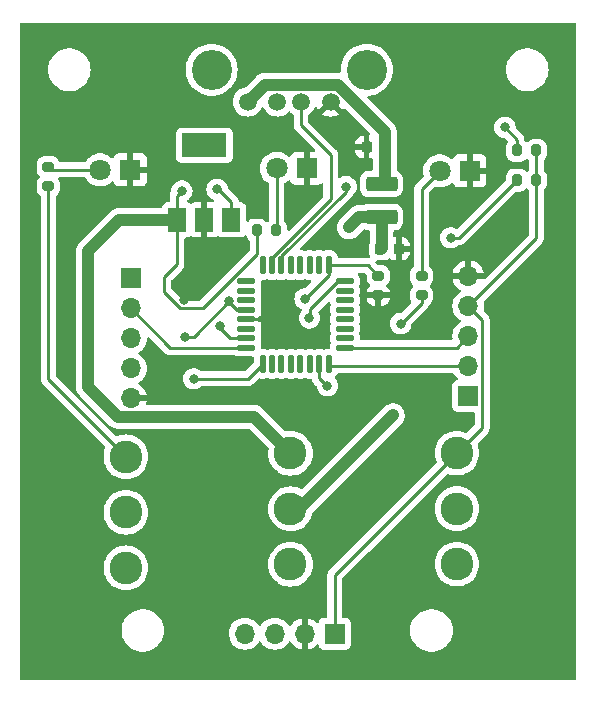
<source format=gtl>
G04 #@! TF.GenerationSoftware,KiCad,Pcbnew,7.0.1*
G04 #@! TF.CreationDate,2023-08-25T12:02:58+10:00*
G04 #@! TF.ProjectId,firetruck controller,66697265-7472-4756-936b-20636f6e7472,rev?*
G04 #@! TF.SameCoordinates,Original*
G04 #@! TF.FileFunction,Copper,L1,Top*
G04 #@! TF.FilePolarity,Positive*
%FSLAX46Y46*%
G04 Gerber Fmt 4.6, Leading zero omitted, Abs format (unit mm)*
G04 Created by KiCad (PCBNEW 7.0.1) date 2023-08-25 12:02:58*
%MOMM*%
%LPD*%
G01*
G04 APERTURE LIST*
G04 Aperture macros list*
%AMRoundRect*
0 Rectangle with rounded corners*
0 $1 Rounding radius*
0 $2 $3 $4 $5 $6 $7 $8 $9 X,Y pos of 4 corners*
0 Add a 4 corners polygon primitive as box body*
4,1,4,$2,$3,$4,$5,$6,$7,$8,$9,$2,$3,0*
0 Add four circle primitives for the rounded corners*
1,1,$1+$1,$2,$3*
1,1,$1+$1,$4,$5*
1,1,$1+$1,$6,$7*
1,1,$1+$1,$8,$9*
0 Add four rect primitives between the rounded corners*
20,1,$1+$1,$2,$3,$4,$5,0*
20,1,$1+$1,$4,$5,$6,$7,0*
20,1,$1+$1,$6,$7,$8,$9,0*
20,1,$1+$1,$8,$9,$2,$3,0*%
G04 Aperture macros list end*
G04 #@! TA.AperFunction,ComponentPad*
%ADD10C,2.775000*%
G04 #@! TD*
G04 #@! TA.AperFunction,SMDPad,CuDef*
%ADD11R,1.500000X2.000000*%
G04 #@! TD*
G04 #@! TA.AperFunction,SMDPad,CuDef*
%ADD12R,3.800000X2.000000*%
G04 #@! TD*
G04 #@! TA.AperFunction,ComponentPad*
%ADD13R,1.800000X1.800000*%
G04 #@! TD*
G04 #@! TA.AperFunction,ComponentPad*
%ADD14C,1.800000*%
G04 #@! TD*
G04 #@! TA.AperFunction,SMDPad,CuDef*
%ADD15RoundRect,0.225000X0.225000X0.250000X-0.225000X0.250000X-0.225000X-0.250000X0.225000X-0.250000X0*%
G04 #@! TD*
G04 #@! TA.AperFunction,SMDPad,CuDef*
%ADD16RoundRect,0.250000X-1.075000X0.375000X-1.075000X-0.375000X1.075000X-0.375000X1.075000X0.375000X0*%
G04 #@! TD*
G04 #@! TA.AperFunction,ComponentPad*
%ADD17C,1.500000*%
G04 #@! TD*
G04 #@! TA.AperFunction,ComponentPad*
%ADD18C,3.400000*%
G04 #@! TD*
G04 #@! TA.AperFunction,SMDPad,CuDef*
%ADD19RoundRect,0.200000X0.275000X-0.200000X0.275000X0.200000X-0.275000X0.200000X-0.275000X-0.200000X0*%
G04 #@! TD*
G04 #@! TA.AperFunction,SMDPad,CuDef*
%ADD20RoundRect,0.200000X-0.275000X0.200000X-0.275000X-0.200000X0.275000X-0.200000X0.275000X0.200000X0*%
G04 #@! TD*
G04 #@! TA.AperFunction,SMDPad,CuDef*
%ADD21RoundRect,0.125000X-0.625000X-0.125000X0.625000X-0.125000X0.625000X0.125000X-0.625000X0.125000X0*%
G04 #@! TD*
G04 #@! TA.AperFunction,SMDPad,CuDef*
%ADD22RoundRect,0.125000X-0.125000X-0.625000X0.125000X-0.625000X0.125000X0.625000X-0.125000X0.625000X0*%
G04 #@! TD*
G04 #@! TA.AperFunction,SMDPad,CuDef*
%ADD23RoundRect,0.200000X0.200000X0.275000X-0.200000X0.275000X-0.200000X-0.275000X0.200000X-0.275000X0*%
G04 #@! TD*
G04 #@! TA.AperFunction,SMDPad,CuDef*
%ADD24RoundRect,0.225000X-0.225000X-0.250000X0.225000X-0.250000X0.225000X0.250000X-0.225000X0.250000X0*%
G04 #@! TD*
G04 #@! TA.AperFunction,ComponentPad*
%ADD25R,1.700000X1.700000*%
G04 #@! TD*
G04 #@! TA.AperFunction,ComponentPad*
%ADD26O,1.700000X1.700000*%
G04 #@! TD*
G04 #@! TA.AperFunction,SMDPad,CuDef*
%ADD27RoundRect,0.200000X-0.200000X-0.275000X0.200000X-0.275000X0.200000X0.275000X-0.200000X0.275000X0*%
G04 #@! TD*
G04 #@! TA.AperFunction,ViaPad*
%ADD28C,0.800000*%
G04 #@! TD*
G04 #@! TA.AperFunction,Conductor*
%ADD29C,0.250000*%
G04 #@! TD*
G04 #@! TA.AperFunction,Conductor*
%ADD30C,1.000000*%
G04 #@! TD*
G04 APERTURE END LIST*
D10*
X201720000Y-60460000D03*
X201720000Y-65160000D03*
X201720000Y-69860000D03*
D11*
X206050000Y-40390000D03*
X208350000Y-40390000D03*
X210650000Y-40390000D03*
D12*
X208350000Y-34090000D03*
D13*
X202075000Y-36160000D03*
D14*
X199535000Y-36160000D03*
D15*
X223640000Y-34230000D03*
X222090000Y-34230000D03*
D16*
X223360000Y-37360000D03*
X223360000Y-40160000D03*
D17*
X219040000Y-30396500D03*
X216540000Y-30396500D03*
X214540000Y-30396500D03*
X212040000Y-30396500D03*
D18*
X222110000Y-27686500D03*
X208970000Y-27686500D03*
D13*
X230825000Y-36250000D03*
D14*
X228285000Y-36250000D03*
D19*
X195140000Y-37575000D03*
X195140000Y-35925000D03*
D20*
X223080000Y-45135000D03*
X223080000Y-46785000D03*
D21*
X211915000Y-45610000D03*
X211915000Y-46410000D03*
X211915000Y-47210000D03*
X211915000Y-48010000D03*
X211915000Y-48810000D03*
X211915000Y-49610000D03*
X211915000Y-50410000D03*
X211915000Y-51210000D03*
D22*
X213290000Y-52585000D03*
X214090000Y-52585000D03*
X214890000Y-52585000D03*
X215690000Y-52585000D03*
X216490000Y-52585000D03*
X217290000Y-52585000D03*
X218090000Y-52585000D03*
X218890000Y-52585000D03*
D21*
X220265000Y-51210000D03*
X220265000Y-50410000D03*
X220265000Y-49610000D03*
X220265000Y-48810000D03*
X220265000Y-48010000D03*
X220265000Y-47210000D03*
X220265000Y-46410000D03*
X220265000Y-45610000D03*
D22*
X218890000Y-44235000D03*
X218090000Y-44235000D03*
X217290000Y-44235000D03*
X216490000Y-44235000D03*
X215690000Y-44235000D03*
X214890000Y-44235000D03*
X214090000Y-44235000D03*
X213290000Y-44235000D03*
D23*
X236470000Y-34520000D03*
X234820000Y-34520000D03*
D10*
X229750000Y-60150000D03*
X229750000Y-64850000D03*
X229750000Y-69550000D03*
D24*
X223260000Y-42860000D03*
X224810000Y-42860000D03*
D25*
X230710000Y-55320000D03*
D26*
X230710000Y-52780000D03*
X230710000Y-50240000D03*
X230710000Y-47700000D03*
X230710000Y-45160000D03*
D27*
X212815000Y-41280000D03*
X214465000Y-41280000D03*
D10*
X215650000Y-60160000D03*
X215650000Y-64860000D03*
X215650000Y-69560000D03*
D13*
X217015000Y-36050000D03*
D14*
X214475000Y-36050000D03*
D25*
X219400000Y-75440000D03*
D26*
X216860000Y-75440000D03*
X214320000Y-75440000D03*
X211780000Y-75440000D03*
D19*
X226750000Y-46805000D03*
X226750000Y-45155000D03*
D25*
X202140000Y-45360000D03*
D26*
X202140000Y-47900000D03*
X202140000Y-50440000D03*
X202140000Y-52980000D03*
X202140000Y-55520000D03*
D23*
X236470000Y-37030000D03*
X234820000Y-37030000D03*
D28*
X216890000Y-47080000D03*
X213520000Y-48680000D03*
X206620000Y-47170000D03*
X218780000Y-54430000D03*
X224990000Y-49190000D03*
X207450000Y-53860000D03*
X206450000Y-37960000D03*
X209440000Y-37820000D03*
X206710000Y-50330000D03*
X210470000Y-47300000D03*
X209660000Y-49430000D03*
X217250000Y-48710000D03*
X229210000Y-41920000D03*
X220360000Y-37580000D03*
X233810000Y-32570000D03*
X220550000Y-41030000D03*
X224320000Y-56940000D03*
D29*
X222180000Y-44235000D02*
X223080000Y-45135000D01*
X218890000Y-44235000D02*
X222180000Y-44235000D01*
X218890000Y-45080000D02*
X218890000Y-44235000D01*
X216890000Y-47080000D02*
X218890000Y-45080000D01*
X213410000Y-48810000D02*
X213520000Y-48700000D01*
X208350000Y-40390000D02*
X208350000Y-45500000D01*
X211915000Y-48810000D02*
X213410000Y-48810000D01*
X208350000Y-45500000D02*
X206630000Y-47220000D01*
X226750000Y-47430000D02*
X226750000Y-46805000D01*
X224990000Y-49190000D02*
X226750000Y-47430000D01*
X218090000Y-52585000D02*
X218090000Y-53830000D01*
X218090000Y-53830000D02*
X218740000Y-54480000D01*
X226750000Y-45155000D02*
X226750000Y-37785000D01*
X226750000Y-37785000D02*
X228285000Y-36250000D01*
X195140000Y-37575000D02*
X195140000Y-53880000D01*
X195140000Y-53880000D02*
X201720000Y-60460000D01*
X212015000Y-53860000D02*
X213290000Y-52585000D01*
X207450000Y-53860000D02*
X212015000Y-53860000D01*
X195375000Y-36160000D02*
X199535000Y-36160000D01*
X195140000Y-35925000D02*
X195375000Y-36160000D01*
X212815000Y-43288604D02*
X208206802Y-47896802D01*
X208206802Y-47896802D02*
X206321497Y-47896802D01*
D30*
X198500000Y-43040000D02*
X201150000Y-40390000D01*
X201040000Y-57070000D02*
X198500000Y-54530000D01*
D29*
X204940000Y-46515305D02*
X204940000Y-45250000D01*
X206050000Y-38350000D02*
X206440000Y-37960000D01*
D30*
X198500000Y-54530000D02*
X198500000Y-43040000D01*
D29*
X204940000Y-45250000D02*
X206050000Y-44140000D01*
X206050000Y-44140000D02*
X206050000Y-40390000D01*
X206321497Y-47896802D02*
X204940000Y-46515305D01*
X206050000Y-40390000D02*
X206050000Y-38350000D01*
D30*
X201150000Y-40390000D02*
X206050000Y-40390000D01*
X201040000Y-57070000D02*
X212560000Y-57070000D01*
X212560000Y-57070000D02*
X215650000Y-60160000D01*
D29*
X212815000Y-41280000D02*
X212815000Y-43288604D01*
X214475000Y-41270000D02*
X214475000Y-36050000D01*
X214465000Y-41280000D02*
X214475000Y-41270000D01*
X210650000Y-40390000D02*
X210650000Y-38890000D01*
X210650000Y-38890000D02*
X209540000Y-37780000D01*
X206710000Y-50330000D02*
X207440000Y-50330000D01*
X211090000Y-48010000D02*
X210420000Y-47340000D01*
X211915000Y-48010000D02*
X211090000Y-48010000D01*
X236470000Y-37030000D02*
X236470000Y-41940000D01*
X229750000Y-60150000D02*
X231885000Y-58015000D01*
X231885000Y-48875000D02*
X230710000Y-47700000D01*
X219400000Y-70500000D02*
X229750000Y-60150000D01*
D30*
X202020000Y-64860000D02*
X201720000Y-65160000D01*
D29*
X219400000Y-75440000D02*
X219400000Y-70500000D01*
X207440000Y-50330000D02*
X210470000Y-47300000D01*
X236470000Y-37030000D02*
X236470000Y-34520000D01*
X231885000Y-58015000D02*
X231885000Y-48875000D01*
X236470000Y-41940000D02*
X230710000Y-47700000D01*
X211915000Y-50410000D02*
X210560000Y-50410000D01*
X210560000Y-50410000D02*
X209640000Y-49490000D01*
X202140000Y-47900000D02*
X205450000Y-51210000D01*
X205450000Y-51210000D02*
X211915000Y-51210000D01*
X229740000Y-51210000D02*
X230710000Y-50240000D01*
X220265000Y-51210000D02*
X229740000Y-51210000D01*
X218890000Y-52585000D02*
X219085000Y-52780000D01*
X219085000Y-52780000D02*
X230710000Y-52780000D01*
X220265000Y-45610000D02*
X219678604Y-45610000D01*
X219678604Y-45610000D02*
X217310000Y-47978604D01*
X217310000Y-47978604D02*
X217310000Y-48680000D01*
X229930000Y-41920000D02*
X229250000Y-41920000D01*
X234820000Y-37030000D02*
X229930000Y-41920000D01*
X214890000Y-44235000D02*
X214890000Y-43485000D01*
X214890000Y-43485000D02*
X220360000Y-38015000D01*
X220360000Y-38015000D02*
X220360000Y-37580000D01*
X216540000Y-32396500D02*
X216540000Y-30396500D01*
X219070000Y-38668604D02*
X214090000Y-43648604D01*
X219070000Y-34926500D02*
X216540000Y-32396500D01*
X214090000Y-43648604D02*
X214090000Y-44235000D01*
X234820000Y-33600000D02*
X233780000Y-32560000D01*
X219070000Y-34926500D02*
X219070000Y-38668604D01*
X234820000Y-34520000D02*
X234820000Y-33600000D01*
D30*
X223640000Y-32945890D02*
X219640610Y-28946500D01*
X223640000Y-34230000D02*
X223640000Y-37080000D01*
X223640000Y-34230000D02*
X223640000Y-32945890D01*
X213490000Y-28946500D02*
X212040000Y-30396500D01*
D29*
X223640000Y-37080000D02*
X223360000Y-37360000D01*
D30*
X219640610Y-28946500D02*
X213490000Y-28946500D01*
X216400000Y-64860000D02*
X215650000Y-64860000D01*
X221460000Y-40160000D02*
X220580000Y-41040000D01*
D29*
X223360000Y-42760000D02*
X223260000Y-42860000D01*
D30*
X223360000Y-40160000D02*
X223360000Y-42760000D01*
X224320000Y-56940000D02*
X216400000Y-64860000D01*
X223360000Y-40160000D02*
X221460000Y-40160000D01*
G04 #@! TA.AperFunction,Conductor*
G36*
X213788132Y-45459978D02*
G01*
X213866373Y-45482709D01*
X213901837Y-45485500D01*
X214278162Y-45485499D01*
X214278164Y-45485499D01*
X214313628Y-45482709D01*
X214455405Y-45441519D01*
X214524595Y-45441519D01*
X214588132Y-45459978D01*
X214666373Y-45482709D01*
X214701837Y-45485500D01*
X215078162Y-45485499D01*
X215078164Y-45485499D01*
X215113628Y-45482709D01*
X215255405Y-45441519D01*
X215324595Y-45441519D01*
X215388132Y-45459978D01*
X215466373Y-45482709D01*
X215501837Y-45485500D01*
X215878162Y-45485499D01*
X215878164Y-45485499D01*
X215913628Y-45482709D01*
X216055405Y-45441519D01*
X216124595Y-45441519D01*
X216188132Y-45459978D01*
X216266373Y-45482709D01*
X216301837Y-45485500D01*
X216678162Y-45485499D01*
X216678164Y-45485499D01*
X216713628Y-45482709D01*
X216855405Y-45441519D01*
X216924595Y-45441519D01*
X216988132Y-45459978D01*
X217066373Y-45482709D01*
X217101837Y-45485500D01*
X217300546Y-45485499D01*
X217356840Y-45499014D01*
X217400864Y-45536613D01*
X217423019Y-45590101D01*
X217418477Y-45647817D01*
X217388227Y-45697180D01*
X216942228Y-46143181D01*
X216902000Y-46170061D01*
X216854547Y-46179500D01*
X216795352Y-46179500D01*
X216610197Y-46218855D01*
X216437269Y-46295848D01*
X216284129Y-46407110D01*
X216157466Y-46547783D01*
X216062820Y-46711715D01*
X216004326Y-46891742D01*
X215984540Y-47079999D01*
X216004326Y-47268257D01*
X216062820Y-47448284D01*
X216157466Y-47612216D01*
X216284129Y-47752889D01*
X216437269Y-47864151D01*
X216540185Y-47909973D01*
X216586115Y-47945216D01*
X216611039Y-47997471D01*
X216609524Y-48055345D01*
X216581899Y-48106224D01*
X216517466Y-48177783D01*
X216422820Y-48341715D01*
X216364326Y-48521742D01*
X216345248Y-48703267D01*
X216344540Y-48710000D01*
X216347535Y-48738495D01*
X216364326Y-48898257D01*
X216422820Y-49078284D01*
X216517466Y-49242216D01*
X216644129Y-49382889D01*
X216797269Y-49494151D01*
X216970197Y-49571144D01*
X217155352Y-49610500D01*
X217155354Y-49610500D01*
X217344646Y-49610500D01*
X217344648Y-49610500D01*
X217508735Y-49575622D01*
X217529803Y-49571144D01*
X217702730Y-49494151D01*
X217791715Y-49429500D01*
X217855870Y-49382889D01*
X217982533Y-49242216D01*
X218077179Y-49078284D01*
X218094921Y-49023680D01*
X218135674Y-48898256D01*
X218155460Y-48710000D01*
X218135674Y-48521744D01*
X218087331Y-48372961D01*
X218077179Y-48341715D01*
X218034820Y-48268347D01*
X218018679Y-48217154D01*
X218025685Y-48163936D01*
X218054524Y-48118668D01*
X218806833Y-47366360D01*
X218867934Y-47332924D01*
X218937422Y-47337703D01*
X218993372Y-47379189D01*
X219009862Y-47422553D01*
X219013745Y-47421425D01*
X219058480Y-47575405D01*
X219058481Y-47644594D01*
X219017291Y-47786373D01*
X219014500Y-47821839D01*
X219014500Y-48198164D01*
X219017290Y-48233629D01*
X219058480Y-48375404D01*
X219058481Y-48444593D01*
X219027082Y-48552673D01*
X219017291Y-48586373D01*
X219015132Y-48613813D01*
X219014500Y-48621839D01*
X219014500Y-48998164D01*
X219017290Y-49033629D01*
X219058480Y-49175405D01*
X219058481Y-49244594D01*
X219017291Y-49386373D01*
X219014500Y-49421839D01*
X219014500Y-49798164D01*
X219017290Y-49833629D01*
X219058480Y-49975404D01*
X219058481Y-50044593D01*
X219017291Y-50186373D01*
X219014500Y-50221839D01*
X219014500Y-50598164D01*
X219017290Y-50633629D01*
X219058480Y-50775405D01*
X219058481Y-50844594D01*
X219017291Y-50986373D01*
X219014500Y-51021840D01*
X219014500Y-51210500D01*
X218997887Y-51272500D01*
X218952500Y-51317887D01*
X218890501Y-51334500D01*
X218701835Y-51334500D01*
X218666373Y-51337290D01*
X218524593Y-51378481D01*
X218455405Y-51378481D01*
X218313627Y-51337291D01*
X218278163Y-51334500D01*
X218278160Y-51334500D01*
X217901835Y-51334500D01*
X217866373Y-51337290D01*
X217724593Y-51378481D01*
X217655405Y-51378481D01*
X217513627Y-51337291D01*
X217478163Y-51334500D01*
X217478160Y-51334500D01*
X217101835Y-51334500D01*
X217066373Y-51337290D01*
X216924593Y-51378481D01*
X216855405Y-51378481D01*
X216713627Y-51337291D01*
X216678163Y-51334500D01*
X216678160Y-51334500D01*
X216301835Y-51334500D01*
X216266373Y-51337290D01*
X216124593Y-51378481D01*
X216055405Y-51378481D01*
X215913627Y-51337291D01*
X215878163Y-51334500D01*
X215878160Y-51334500D01*
X215501835Y-51334500D01*
X215466373Y-51337290D01*
X215324593Y-51378481D01*
X215255405Y-51378481D01*
X215113627Y-51337291D01*
X215078163Y-51334500D01*
X215078160Y-51334500D01*
X214701835Y-51334500D01*
X214666373Y-51337290D01*
X214524593Y-51378481D01*
X214455405Y-51378481D01*
X214313627Y-51337291D01*
X214278163Y-51334500D01*
X214278160Y-51334500D01*
X213901835Y-51334500D01*
X213866373Y-51337290D01*
X213724593Y-51378481D01*
X213655405Y-51378481D01*
X213513627Y-51337291D01*
X213478163Y-51334500D01*
X213478160Y-51334500D01*
X213289499Y-51334500D01*
X213227499Y-51317887D01*
X213182112Y-51272500D01*
X213165499Y-51210500D01*
X213165499Y-51021836D01*
X213162709Y-50986370D01*
X213121519Y-50844594D01*
X213121519Y-50775404D01*
X213162709Y-50633627D01*
X213165500Y-50598163D01*
X213165499Y-50221838D01*
X213164894Y-50214151D01*
X213162709Y-50186370D01*
X213121519Y-50044594D01*
X213121519Y-49975404D01*
X213121883Y-49974151D01*
X213162709Y-49833627D01*
X213165500Y-49798163D01*
X213165499Y-49421838D01*
X213163899Y-49401505D01*
X213162709Y-49386372D01*
X213127727Y-49265965D01*
X213121258Y-49243697D01*
X213121258Y-49174508D01*
X213154525Y-49060000D01*
X213050952Y-49060000D01*
X213003499Y-49050561D01*
X212963270Y-49023680D01*
X212926422Y-48986831D01*
X212807890Y-48916731D01*
X212763301Y-48871435D01*
X212747012Y-48809998D01*
X212763302Y-48748561D01*
X212807891Y-48703267D01*
X212861330Y-48671663D01*
X212926419Y-48633171D01*
X212963270Y-48596320D01*
X213003499Y-48569439D01*
X213050952Y-48560000D01*
X213154526Y-48560000D01*
X213154525Y-48559999D01*
X213121258Y-48445492D01*
X213121258Y-48376302D01*
X213124930Y-48363663D01*
X213162709Y-48233627D01*
X213165500Y-48198163D01*
X213165499Y-47821838D01*
X213162709Y-47786373D01*
X213162709Y-47786370D01*
X213121519Y-47644594D01*
X213121519Y-47575404D01*
X213153713Y-47464592D01*
X213162709Y-47433627D01*
X213165500Y-47398163D01*
X213165499Y-47021838D01*
X213162709Y-46986373D01*
X213162709Y-46986370D01*
X213121519Y-46844594D01*
X213121519Y-46775404D01*
X213162709Y-46633627D01*
X213165500Y-46598163D01*
X213165499Y-46221838D01*
X213165264Y-46218856D01*
X213162709Y-46186370D01*
X213121519Y-46044594D01*
X213121519Y-45975404D01*
X213129508Y-45947906D01*
X213162709Y-45833627D01*
X213165500Y-45798163D01*
X213165499Y-45609498D01*
X213182112Y-45547499D01*
X213227499Y-45502112D01*
X213289499Y-45485499D01*
X213478164Y-45485499D01*
X213513628Y-45482709D01*
X213655405Y-45441519D01*
X213724595Y-45441519D01*
X213788132Y-45459978D01*
G37*
G04 #@! TD.AperFunction*
G04 #@! TA.AperFunction,Conductor*
G36*
X239798000Y-23726613D02*
G01*
X239843387Y-23772000D01*
X239860000Y-23834000D01*
X239860000Y-79266000D01*
X239843387Y-79328000D01*
X239798000Y-79373387D01*
X239736000Y-79390000D01*
X192884000Y-79390000D01*
X192822000Y-79373387D01*
X192776613Y-79328000D01*
X192760000Y-79266000D01*
X192760000Y-75160000D01*
X201344450Y-75160000D01*
X201364616Y-75429100D01*
X201364617Y-75429103D01*
X201424666Y-75692195D01*
X201523257Y-75943398D01*
X201658185Y-76177102D01*
X201826439Y-76388085D01*
X202024259Y-76571635D01*
X202247226Y-76723651D01*
X202490359Y-76840738D01*
X202748228Y-76920280D01*
X203015071Y-76960500D01*
X203284929Y-76960500D01*
X203551772Y-76920280D01*
X203809641Y-76840738D01*
X204052775Y-76723651D01*
X204275741Y-76571635D01*
X204473561Y-76388085D01*
X204641815Y-76177102D01*
X204776743Y-75943398D01*
X204875334Y-75692195D01*
X204932896Y-75440000D01*
X210424340Y-75440000D01*
X210444936Y-75675407D01*
X210489709Y-75842501D01*
X210506097Y-75903663D01*
X210605965Y-76117830D01*
X210741505Y-76311401D01*
X210908599Y-76478495D01*
X211102170Y-76614035D01*
X211316337Y-76713903D01*
X211544592Y-76775063D01*
X211780000Y-76795659D01*
X212015408Y-76775063D01*
X212243663Y-76713903D01*
X212457830Y-76614035D01*
X212651401Y-76478495D01*
X212818495Y-76311401D01*
X212948426Y-76125839D01*
X212992743Y-76086975D01*
X213050000Y-76072964D01*
X213107257Y-76086975D01*
X213151573Y-76125839D01*
X213281505Y-76311401D01*
X213448599Y-76478495D01*
X213642170Y-76614035D01*
X213856337Y-76713903D01*
X214084592Y-76775063D01*
X214320000Y-76795659D01*
X214555408Y-76775063D01*
X214783663Y-76713903D01*
X214997830Y-76614035D01*
X215191401Y-76478495D01*
X215358495Y-76311401D01*
X215488732Y-76125402D01*
X215533048Y-76086539D01*
X215590305Y-76072528D01*
X215647562Y-76086539D01*
X215691880Y-76125404D01*
X215821893Y-76311081D01*
X215988918Y-76478106D01*
X216182423Y-76613600D01*
X216396507Y-76713430D01*
X216609999Y-76770635D01*
X216610000Y-76770636D01*
X216610000Y-74109364D01*
X216609999Y-74109364D01*
X216396507Y-74166569D01*
X216182421Y-74266400D01*
X215988921Y-74401890D01*
X215821893Y-74568918D01*
X215691880Y-74754596D01*
X215647562Y-74793461D01*
X215590305Y-74807472D01*
X215533048Y-74793461D01*
X215488730Y-74754595D01*
X215488425Y-74754159D01*
X215358495Y-74568599D01*
X215191401Y-74401505D01*
X214997830Y-74265965D01*
X214783663Y-74166097D01*
X214709801Y-74146306D01*
X214555407Y-74104936D01*
X214320000Y-74084340D01*
X214084592Y-74104936D01*
X213856336Y-74166097D01*
X213642170Y-74265965D01*
X213448598Y-74401505D01*
X213281505Y-74568598D01*
X213151575Y-74754159D01*
X213107257Y-74793025D01*
X213050000Y-74807036D01*
X212992743Y-74793025D01*
X212948425Y-74754159D01*
X212859951Y-74627805D01*
X212818495Y-74568599D01*
X212651401Y-74401505D01*
X212457830Y-74265965D01*
X212243663Y-74166097D01*
X212169801Y-74146306D01*
X212015407Y-74104936D01*
X211780000Y-74084340D01*
X211544592Y-74104936D01*
X211316336Y-74166097D01*
X211102170Y-74265965D01*
X210908598Y-74401505D01*
X210741505Y-74568598D01*
X210605965Y-74762170D01*
X210506097Y-74976336D01*
X210444936Y-75204592D01*
X210424340Y-75440000D01*
X204932896Y-75440000D01*
X204935383Y-75429103D01*
X204955549Y-75160000D01*
X204935383Y-74890897D01*
X204875334Y-74627805D01*
X204776743Y-74376602D01*
X204641815Y-74142898D01*
X204473561Y-73931915D01*
X204473560Y-73931914D01*
X204275743Y-73748366D01*
X204218205Y-73709137D01*
X204052775Y-73596349D01*
X203809641Y-73479262D01*
X203730098Y-73454726D01*
X203551771Y-73399719D01*
X203284929Y-73359500D01*
X203015071Y-73359500D01*
X202748228Y-73399719D01*
X202490359Y-73479262D01*
X202247228Y-73596347D01*
X202024257Y-73748366D01*
X201826439Y-73931915D01*
X201658184Y-74142899D01*
X201523257Y-74376601D01*
X201424666Y-74627804D01*
X201364616Y-74890899D01*
X201344450Y-75160000D01*
X192760000Y-75160000D01*
X192760000Y-69859999D01*
X199827176Y-69859999D01*
X199846443Y-70129377D01*
X199903848Y-70393265D01*
X199903850Y-70393270D01*
X199998228Y-70646307D01*
X199998230Y-70646310D01*
X200127654Y-70883335D01*
X200200389Y-70980497D01*
X200289500Y-71099535D01*
X200480465Y-71290500D01*
X200581523Y-71366151D01*
X200696664Y-71452345D01*
X200781401Y-71498614D01*
X200933693Y-71581772D01*
X201186730Y-71676150D01*
X201186733Y-71676150D01*
X201186734Y-71676151D01*
X201224291Y-71684321D01*
X201450623Y-71733557D01*
X201700732Y-71751445D01*
X201719999Y-71752823D01*
X201719999Y-71752822D01*
X201720000Y-71752823D01*
X201989377Y-71733557D01*
X202253270Y-71676150D01*
X202506307Y-71581772D01*
X202743337Y-71452344D01*
X202959535Y-71290500D01*
X203150500Y-71099535D01*
X203312344Y-70883337D01*
X203441772Y-70646307D01*
X203536150Y-70393270D01*
X203593557Y-70129377D01*
X203612823Y-69860000D01*
X203593557Y-69590623D01*
X203586895Y-69560000D01*
X213757176Y-69560000D01*
X213776443Y-69829377D01*
X213833848Y-70093265D01*
X213846395Y-70126906D01*
X213928228Y-70346307D01*
X213945902Y-70378674D01*
X214057654Y-70583335D01*
X214104795Y-70646307D01*
X214219500Y-70799535D01*
X214410465Y-70990500D01*
X214556119Y-71099535D01*
X214626664Y-71152345D01*
X214711401Y-71198614D01*
X214863693Y-71281772D01*
X215116730Y-71376150D01*
X215116733Y-71376150D01*
X215116734Y-71376151D01*
X215154291Y-71384321D01*
X215380623Y-71433557D01*
X215630733Y-71451445D01*
X215649999Y-71452823D01*
X215649999Y-71452822D01*
X215650000Y-71452823D01*
X215919377Y-71433557D01*
X216183270Y-71376150D01*
X216436307Y-71281772D01*
X216673337Y-71152344D01*
X216889535Y-70990500D01*
X217080500Y-70799535D01*
X217242344Y-70583337D01*
X217371772Y-70346307D01*
X217466150Y-70093270D01*
X217523557Y-69829377D01*
X217542823Y-69560000D01*
X217523557Y-69290623D01*
X217466150Y-69026730D01*
X217371772Y-68773693D01*
X217242344Y-68536663D01*
X217080500Y-68320465D01*
X216889535Y-68129500D01*
X216775120Y-68043850D01*
X216673335Y-67967654D01*
X216503859Y-67875114D01*
X216436307Y-67838228D01*
X216183270Y-67743850D01*
X216183265Y-67743848D01*
X215919377Y-67686443D01*
X215650000Y-67667176D01*
X215380622Y-67686443D01*
X215116734Y-67743848D01*
X214990211Y-67791038D01*
X214863693Y-67838228D01*
X214863690Y-67838229D01*
X214863689Y-67838230D01*
X214626664Y-67967654D01*
X214410462Y-68129502D01*
X214219502Y-68320462D01*
X214057654Y-68536664D01*
X213933688Y-68763693D01*
X213928228Y-68773693D01*
X213904741Y-68836664D01*
X213833848Y-69026734D01*
X213776443Y-69290622D01*
X213757176Y-69560000D01*
X203586895Y-69560000D01*
X203536150Y-69326730D01*
X203441772Y-69073693D01*
X203312344Y-68836663D01*
X203150500Y-68620465D01*
X202959535Y-68429500D01*
X202851435Y-68348577D01*
X202743335Y-68267654D01*
X202573859Y-68175114D01*
X202506307Y-68138228D01*
X202253270Y-68043850D01*
X202253265Y-68043848D01*
X201989377Y-67986443D01*
X201719999Y-67967176D01*
X201450622Y-67986443D01*
X201186734Y-68043848D01*
X201060211Y-68091038D01*
X200933693Y-68138228D01*
X200933690Y-68138229D01*
X200933689Y-68138230D01*
X200696664Y-68267654D01*
X200480462Y-68429502D01*
X200289502Y-68620462D01*
X200127654Y-68836664D01*
X199998230Y-69073689D01*
X199998228Y-69073693D01*
X199951039Y-69200211D01*
X199903848Y-69326734D01*
X199846443Y-69590622D01*
X199827176Y-69859999D01*
X192760000Y-69859999D01*
X192760000Y-65160000D01*
X199827176Y-65160000D01*
X199846443Y-65429377D01*
X199903848Y-65693265D01*
X199903850Y-65693270D01*
X199998228Y-65946307D01*
X199998230Y-65946310D01*
X200127654Y-66183335D01*
X200200389Y-66280497D01*
X200289500Y-66399535D01*
X200480465Y-66590500D01*
X200581523Y-66666151D01*
X200696664Y-66752345D01*
X200781401Y-66798614D01*
X200933693Y-66881772D01*
X201186730Y-66976150D01*
X201186733Y-66976150D01*
X201186734Y-66976151D01*
X201224291Y-66984321D01*
X201450623Y-67033557D01*
X201720000Y-67052823D01*
X201989377Y-67033557D01*
X202253270Y-66976150D01*
X202506307Y-66881772D01*
X202743337Y-66752344D01*
X202959535Y-66590500D01*
X203150500Y-66399535D01*
X203312344Y-66183337D01*
X203441772Y-65946307D01*
X203536150Y-65693270D01*
X203593557Y-65429377D01*
X203612823Y-65160000D01*
X203593557Y-64890623D01*
X203586895Y-64860000D01*
X213757176Y-64860000D01*
X213776443Y-65129377D01*
X213833848Y-65393265D01*
X213833850Y-65393270D01*
X213928228Y-65646307D01*
X213928230Y-65646310D01*
X214057654Y-65883335D01*
X214104795Y-65946307D01*
X214219500Y-66099535D01*
X214410465Y-66290500D01*
X214556119Y-66399535D01*
X214626664Y-66452345D01*
X214711401Y-66498614D01*
X214863693Y-66581772D01*
X215116730Y-66676150D01*
X215116733Y-66676150D01*
X215116734Y-66676151D01*
X215154291Y-66684321D01*
X215380623Y-66733557D01*
X215630733Y-66751445D01*
X215649999Y-66752823D01*
X215649999Y-66752822D01*
X215650000Y-66752823D01*
X215919377Y-66733557D01*
X216183270Y-66676150D01*
X216436307Y-66581772D01*
X216673337Y-66452344D01*
X216889535Y-66290500D01*
X217080500Y-66099535D01*
X217242344Y-65883337D01*
X217371772Y-65646307D01*
X217466150Y-65393270D01*
X217509705Y-65193048D01*
X217522038Y-65159984D01*
X217543186Y-65131733D01*
X225063340Y-57611581D01*
X225159697Y-57493408D01*
X225253909Y-57313049D01*
X225309886Y-57117418D01*
X225325337Y-56914524D01*
X225299630Y-56712673D01*
X225233816Y-56520128D01*
X225130590Y-56344773D01*
X224994179Y-56193787D01*
X224994178Y-56193786D01*
X224994176Y-56193784D01*
X224830166Y-56073350D01*
X224645268Y-55988394D01*
X224447054Y-55942397D01*
X224243637Y-55937243D01*
X224043345Y-55973141D01*
X223854380Y-56048622D01*
X223684481Y-56160596D01*
X216676936Y-63168142D01*
X216632589Y-63196643D01*
X216580409Y-63204145D01*
X216529829Y-63189294D01*
X216453277Y-63147494D01*
X216436307Y-63138228D01*
X216436306Y-63138227D01*
X216436305Y-63138227D01*
X216183268Y-63043849D01*
X215919377Y-62986443D01*
X215650000Y-62967176D01*
X215380622Y-62986443D01*
X215116734Y-63043848D01*
X214990211Y-63091038D01*
X214863693Y-63138228D01*
X214863690Y-63138229D01*
X214863689Y-63138230D01*
X214626664Y-63267654D01*
X214410462Y-63429502D01*
X214219502Y-63620462D01*
X214057654Y-63836664D01*
X213933688Y-64063693D01*
X213928228Y-64073693D01*
X213904741Y-64136664D01*
X213833848Y-64326734D01*
X213776443Y-64590622D01*
X213757176Y-64860000D01*
X203586895Y-64860000D01*
X203536150Y-64626730D01*
X203441772Y-64373693D01*
X203312344Y-64136663D01*
X203150500Y-63920465D01*
X202959535Y-63729500D01*
X202851436Y-63648578D01*
X202743335Y-63567654D01*
X202573859Y-63475114D01*
X202506307Y-63438228D01*
X202253270Y-63343850D01*
X202253265Y-63343848D01*
X201989377Y-63286443D01*
X201719999Y-63267176D01*
X201450622Y-63286443D01*
X201186734Y-63343848D01*
X201060211Y-63391039D01*
X200933693Y-63438228D01*
X200933690Y-63438229D01*
X200933689Y-63438230D01*
X200696664Y-63567654D01*
X200480462Y-63729502D01*
X200289502Y-63920462D01*
X200127654Y-64136664D01*
X199998230Y-64373689D01*
X199998228Y-64373693D01*
X199951039Y-64500211D01*
X199903848Y-64626734D01*
X199846443Y-64890622D01*
X199827176Y-65160000D01*
X192760000Y-65160000D01*
X192760000Y-37831617D01*
X194164500Y-37831617D01*
X194170913Y-37902193D01*
X194170914Y-37902196D01*
X194221522Y-38064606D01*
X194221523Y-38064607D01*
X194309528Y-38210186D01*
X194429811Y-38330469D01*
X194429813Y-38330470D01*
X194429815Y-38330472D01*
X194454650Y-38345485D01*
X194498506Y-38390686D01*
X194514500Y-38451602D01*
X194514500Y-53797256D01*
X194512235Y-53817762D01*
X194514439Y-53887873D01*
X194514500Y-53891768D01*
X194514500Y-53919349D01*
X194515003Y-53923334D01*
X194515918Y-53934967D01*
X194517290Y-53978626D01*
X194522879Y-53997860D01*
X194526825Y-54016916D01*
X194529335Y-54036792D01*
X194545414Y-54077404D01*
X194549197Y-54088451D01*
X194561382Y-54130391D01*
X194571580Y-54147635D01*
X194580136Y-54165100D01*
X194587514Y-54183732D01*
X194598066Y-54198256D01*
X194613180Y-54219059D01*
X194619593Y-54228822D01*
X194641826Y-54266416D01*
X194641829Y-54266419D01*
X194641830Y-54266420D01*
X194655995Y-54280585D01*
X194668627Y-54295375D01*
X194680406Y-54311587D01*
X194714058Y-54339426D01*
X194722699Y-54347289D01*
X199955699Y-59580289D01*
X199989184Y-59641612D01*
X199984200Y-59711303D01*
X199903849Y-59926731D01*
X199846443Y-60190622D01*
X199827176Y-60459999D01*
X199846443Y-60729377D01*
X199903848Y-60993265D01*
X199903850Y-60993270D01*
X199998228Y-61246307D01*
X199998230Y-61246310D01*
X200127654Y-61483335D01*
X200200389Y-61580497D01*
X200289500Y-61699535D01*
X200480465Y-61890500D01*
X200581523Y-61966151D01*
X200696664Y-62052345D01*
X200781401Y-62098614D01*
X200933693Y-62181772D01*
X201186730Y-62276150D01*
X201186733Y-62276150D01*
X201186734Y-62276151D01*
X201224291Y-62284321D01*
X201450623Y-62333557D01*
X201720000Y-62352823D01*
X201989377Y-62333557D01*
X202253270Y-62276150D01*
X202506307Y-62181772D01*
X202743337Y-62052344D01*
X202959535Y-61890500D01*
X203150500Y-61699535D01*
X203312344Y-61483337D01*
X203441772Y-61246307D01*
X203536150Y-60993270D01*
X203593557Y-60729377D01*
X203612823Y-60460000D01*
X203593557Y-60190623D01*
X203536150Y-59926730D01*
X203441772Y-59673693D01*
X203312344Y-59436663D01*
X203150500Y-59220465D01*
X202959535Y-59029500D01*
X202851436Y-58948578D01*
X202743335Y-58867654D01*
X202539213Y-58756196D01*
X202506307Y-58738228D01*
X202253270Y-58643850D01*
X202253265Y-58643848D01*
X201989377Y-58586443D01*
X201720000Y-58567176D01*
X201450622Y-58586443D01*
X201186734Y-58643848D01*
X201084482Y-58681986D01*
X200971302Y-58724200D01*
X200925020Y-58731983D01*
X200879158Y-58722006D01*
X200840290Y-58695699D01*
X195801819Y-53657228D01*
X195774939Y-53617000D01*
X195765500Y-53569547D01*
X195765500Y-43065477D01*
X197494663Y-43065477D01*
X197498506Y-43095651D01*
X197499500Y-43111317D01*
X197499500Y-54515721D01*
X197499460Y-54518863D01*
X197497242Y-54606362D01*
X197507648Y-54664420D01*
X197508957Y-54673749D01*
X197514926Y-54732438D01*
X197524033Y-54761467D01*
X197527772Y-54776702D01*
X197533141Y-54806652D01*
X197555020Y-54861425D01*
X197558180Y-54870300D01*
X197575841Y-54926588D01*
X197590607Y-54953191D01*
X197597337Y-54967364D01*
X197608622Y-54995617D01*
X197641080Y-55044867D01*
X197645961Y-55052923D01*
X197674590Y-55104501D01*
X197694404Y-55127581D01*
X197703856Y-55140116D01*
X197720599Y-55165520D01*
X197762300Y-55207221D01*
X197768705Y-55214132D01*
X197807130Y-55258891D01*
X197807131Y-55258892D01*
X197807134Y-55258895D01*
X197831198Y-55277522D01*
X197842968Y-55287889D01*
X200322449Y-57767370D01*
X200324642Y-57769619D01*
X200384941Y-57833053D01*
X200433370Y-57866760D01*
X200440862Y-57872409D01*
X200486592Y-57909697D01*
X200506939Y-57920325D01*
X200513557Y-57923782D01*
X200526981Y-57931915D01*
X200551951Y-57949295D01*
X200606165Y-57972560D01*
X200614675Y-57976602D01*
X200666951Y-58003909D01*
X200696200Y-58012277D01*
X200710970Y-58017535D01*
X200738942Y-58029540D01*
X200738945Y-58029540D01*
X200738946Y-58029541D01*
X200796726Y-58041414D01*
X200805869Y-58043657D01*
X200862582Y-58059886D01*
X200892920Y-58062196D01*
X200908448Y-58064373D01*
X200938259Y-58070500D01*
X200997244Y-58070500D01*
X201006659Y-58070858D01*
X201010806Y-58071173D01*
X201065476Y-58075337D01*
X201092278Y-58071923D01*
X201095652Y-58071494D01*
X201111317Y-58070500D01*
X212094217Y-58070500D01*
X212141670Y-58079939D01*
X212181898Y-58106819D01*
X213762380Y-59687300D01*
X213793676Y-59740046D01*
X213795865Y-59801338D01*
X213776443Y-59890620D01*
X213757176Y-60159999D01*
X213776443Y-60429377D01*
X213833848Y-60693265D01*
X213833850Y-60693270D01*
X213928228Y-60946307D01*
X213928230Y-60946310D01*
X214057654Y-61183335D01*
X214104795Y-61246307D01*
X214219500Y-61399535D01*
X214410465Y-61590500D01*
X214556119Y-61699535D01*
X214626664Y-61752345D01*
X214711401Y-61798614D01*
X214863693Y-61881772D01*
X215116730Y-61976150D01*
X215116733Y-61976150D01*
X215116734Y-61976151D01*
X215154291Y-61984321D01*
X215380623Y-62033557D01*
X215650000Y-62052823D01*
X215919377Y-62033557D01*
X216183270Y-61976150D01*
X216436307Y-61881772D01*
X216673337Y-61752344D01*
X216889535Y-61590500D01*
X217080500Y-61399535D01*
X217242344Y-61183337D01*
X217371772Y-60946307D01*
X217466150Y-60693270D01*
X217523557Y-60429377D01*
X217542823Y-60160000D01*
X217523557Y-59890623D01*
X217466150Y-59626730D01*
X217371772Y-59373693D01*
X217242344Y-59136663D01*
X217080500Y-58920465D01*
X216889535Y-58729500D01*
X216775120Y-58643850D01*
X216673335Y-58567654D01*
X216450899Y-58446196D01*
X216436307Y-58438228D01*
X216216906Y-58356395D01*
X216183265Y-58343848D01*
X215919377Y-58286443D01*
X215650000Y-58267176D01*
X215380620Y-58286443D01*
X215291338Y-58305865D01*
X215230046Y-58303676D01*
X215177300Y-58272380D01*
X213277567Y-56372647D01*
X213275412Y-56370438D01*
X213215059Y-56306947D01*
X213166640Y-56273246D01*
X213159118Y-56267575D01*
X213113405Y-56230300D01*
X213086440Y-56216215D01*
X213073019Y-56208084D01*
X213048049Y-56190705D01*
X213048048Y-56190704D01*
X213048046Y-56190703D01*
X212993845Y-56167443D01*
X212985336Y-56163402D01*
X212933053Y-56136092D01*
X212927126Y-56134396D01*
X212903798Y-56127721D01*
X212889020Y-56122459D01*
X212861058Y-56110460D01*
X212803272Y-56098583D01*
X212794128Y-56096338D01*
X212737421Y-56080113D01*
X212707075Y-56077802D01*
X212691534Y-56075622D01*
X212661742Y-56069500D01*
X212661741Y-56069500D01*
X212602758Y-56069500D01*
X212593344Y-56069142D01*
X212584198Y-56068445D01*
X212534524Y-56064663D01*
X212534523Y-56064663D01*
X212504349Y-56068506D01*
X212488683Y-56069500D01*
X203551985Y-56069500D01*
X203497141Y-56056712D01*
X203453609Y-56020986D01*
X203430368Y-55969691D01*
X203432210Y-55913406D01*
X203470636Y-55770000D01*
X202014000Y-55770000D01*
X201952000Y-55753387D01*
X201906613Y-55708000D01*
X201890000Y-55646000D01*
X201890000Y-55394000D01*
X201906613Y-55332000D01*
X201952000Y-55286613D01*
X202014000Y-55270000D01*
X203470636Y-55270000D01*
X203470635Y-55269999D01*
X203413430Y-55056507D01*
X203313599Y-54842421D01*
X203178109Y-54648921D01*
X203011081Y-54481893D01*
X202825404Y-54351880D01*
X202786539Y-54307562D01*
X202772528Y-54250305D01*
X202786539Y-54193048D01*
X202825402Y-54148732D01*
X203011401Y-54018495D01*
X203178495Y-53851401D01*
X203314035Y-53657830D01*
X203413903Y-53443663D01*
X203475063Y-53215408D01*
X203495659Y-52980000D01*
X203493865Y-52959500D01*
X203475063Y-52744592D01*
X203413903Y-52516337D01*
X203314035Y-52302171D01*
X203178495Y-52108599D01*
X203011401Y-51941505D01*
X202825839Y-51811573D01*
X202786975Y-51767257D01*
X202772964Y-51710000D01*
X202786975Y-51652743D01*
X202825839Y-51608426D01*
X203011401Y-51478495D01*
X203178495Y-51311401D01*
X203314035Y-51117830D01*
X203413903Y-50903663D01*
X203475063Y-50675408D01*
X203481821Y-50598162D01*
X203496598Y-50429272D01*
X203521750Y-50364592D01*
X203577716Y-50323557D01*
X203646965Y-50319018D01*
X203707807Y-50352398D01*
X204949196Y-51593787D01*
X204962096Y-51609888D01*
X205013223Y-51657900D01*
X205016019Y-51660610D01*
X205035529Y-51680120D01*
X205038711Y-51682588D01*
X205047571Y-51690155D01*
X205079418Y-51720062D01*
X205096972Y-51729712D01*
X205113236Y-51740396D01*
X205124972Y-51749499D01*
X205129064Y-51752673D01*
X205153909Y-51763424D01*
X205169152Y-51770021D01*
X205179631Y-51775154D01*
X205217908Y-51796197D01*
X205237306Y-51801177D01*
X205255708Y-51807477D01*
X205274104Y-51815438D01*
X205317261Y-51822273D01*
X205328664Y-51824634D01*
X205370981Y-51835500D01*
X205391016Y-51835500D01*
X205410413Y-51837026D01*
X205430196Y-51840160D01*
X205473674Y-51836050D01*
X205485344Y-51835500D01*
X210873597Y-51835500D01*
X210936718Y-51852768D01*
X210937941Y-51853491D01*
X211039610Y-51913618D01*
X211191373Y-51957709D01*
X211226837Y-51960500D01*
X212415500Y-51960499D01*
X212477500Y-51977112D01*
X212522887Y-52022499D01*
X212539500Y-52084499D01*
X212539500Y-52399546D01*
X212530061Y-52446999D01*
X212503181Y-52487227D01*
X211792228Y-53198181D01*
X211752000Y-53225061D01*
X211704547Y-53234500D01*
X208153747Y-53234500D01*
X208103312Y-53223780D01*
X208061598Y-53193473D01*
X208055871Y-53187112D01*
X207902730Y-53075849D01*
X207902729Y-53075848D01*
X207902727Y-53075847D01*
X207729802Y-52998855D01*
X207544648Y-52959500D01*
X207544646Y-52959500D01*
X207355354Y-52959500D01*
X207355352Y-52959500D01*
X207170197Y-52998855D01*
X206997269Y-53075848D01*
X206844129Y-53187110D01*
X206717466Y-53327783D01*
X206622820Y-53491715D01*
X206564326Y-53671742D01*
X206544540Y-53860000D01*
X206564326Y-54048257D01*
X206622820Y-54228284D01*
X206717466Y-54392216D01*
X206844129Y-54532889D01*
X206997269Y-54644151D01*
X207170197Y-54721144D01*
X207355352Y-54760500D01*
X207355354Y-54760500D01*
X207544646Y-54760500D01*
X207544648Y-54760500D01*
X207676668Y-54732438D01*
X207729803Y-54721144D01*
X207902730Y-54644151D01*
X208055871Y-54532888D01*
X208061598Y-54526526D01*
X208103312Y-54496220D01*
X208153747Y-54485500D01*
X211932256Y-54485500D01*
X211952762Y-54487764D01*
X211955665Y-54487672D01*
X211955667Y-54487673D01*
X212022872Y-54485561D01*
X212026768Y-54485500D01*
X212054349Y-54485500D01*
X212054350Y-54485500D01*
X212058319Y-54484998D01*
X212069965Y-54484080D01*
X212113627Y-54482709D01*
X212132859Y-54477120D01*
X212151918Y-54473174D01*
X212158196Y-54472381D01*
X212171792Y-54470664D01*
X212212407Y-54454582D01*
X212223444Y-54450803D01*
X212265390Y-54438618D01*
X212282629Y-54428422D01*
X212300102Y-54419862D01*
X212318732Y-54412486D01*
X212354064Y-54386814D01*
X212363830Y-54380400D01*
X212401418Y-54358171D01*
X212401417Y-54358171D01*
X212401420Y-54358170D01*
X212415585Y-54344004D01*
X212430373Y-54331373D01*
X212446587Y-54319594D01*
X212474438Y-54285926D01*
X212482279Y-54277309D01*
X212906431Y-53853158D01*
X212963274Y-53820736D01*
X213028703Y-53821764D01*
X213066373Y-53832709D01*
X213101837Y-53835500D01*
X213478162Y-53835499D01*
X213478164Y-53835499D01*
X213513628Y-53832709D01*
X213655405Y-53791519D01*
X213724595Y-53791519D01*
X213788132Y-53809978D01*
X213866373Y-53832709D01*
X213901837Y-53835500D01*
X214278162Y-53835499D01*
X214278164Y-53835499D01*
X214313628Y-53832709D01*
X214455405Y-53791519D01*
X214524595Y-53791519D01*
X214588132Y-53809978D01*
X214666373Y-53832709D01*
X214701837Y-53835500D01*
X215078162Y-53835499D01*
X215078164Y-53835499D01*
X215113628Y-53832709D01*
X215255405Y-53791519D01*
X215324595Y-53791519D01*
X215388132Y-53809978D01*
X215466373Y-53832709D01*
X215501837Y-53835500D01*
X215878162Y-53835499D01*
X215878164Y-53835499D01*
X215913628Y-53832709D01*
X216055405Y-53791519D01*
X216124595Y-53791519D01*
X216188132Y-53809978D01*
X216266373Y-53832709D01*
X216301837Y-53835500D01*
X216678162Y-53835499D01*
X216678164Y-53835499D01*
X216713628Y-53832709D01*
X216855405Y-53791519D01*
X216924595Y-53791519D01*
X216988132Y-53809978D01*
X217066373Y-53832709D01*
X217101837Y-53835500D01*
X217347133Y-53835499D01*
X217398749Y-53846753D01*
X217440997Y-53878472D01*
X217466207Y-53924899D01*
X217472878Y-53947857D01*
X217476825Y-53966916D01*
X217479335Y-53986792D01*
X217495414Y-54027404D01*
X217499197Y-54038451D01*
X217511382Y-54080391D01*
X217521580Y-54097635D01*
X217530136Y-54115100D01*
X217537514Y-54133732D01*
X217537515Y-54133733D01*
X217563180Y-54169059D01*
X217569593Y-54178822D01*
X217591826Y-54216416D01*
X217591829Y-54216419D01*
X217591830Y-54216420D01*
X217605995Y-54230585D01*
X217618627Y-54245375D01*
X217630406Y-54261587D01*
X217659846Y-54285942D01*
X217664058Y-54289426D01*
X217672699Y-54297289D01*
X217851609Y-54476199D01*
X217875848Y-54510496D01*
X217887249Y-54550918D01*
X217894326Y-54618257D01*
X217952820Y-54798284D01*
X218047466Y-54962216D01*
X218174129Y-55102889D01*
X218327269Y-55214151D01*
X218500197Y-55291144D01*
X218685352Y-55330500D01*
X218685354Y-55330500D01*
X218874646Y-55330500D01*
X218874648Y-55330500D01*
X218998084Y-55304262D01*
X219059803Y-55291144D01*
X219232730Y-55214151D01*
X219299665Y-55165520D01*
X219385870Y-55102889D01*
X219482459Y-54995617D01*
X219512533Y-54962216D01*
X219607179Y-54798284D01*
X219665674Y-54618256D01*
X219685460Y-54430000D01*
X219665674Y-54241744D01*
X219623665Y-54112454D01*
X219607179Y-54061715D01*
X219512535Y-53897786D01*
X219460336Y-53839814D01*
X219448785Y-53826985D01*
X219420115Y-53771909D01*
X219421741Y-53709836D01*
X219453254Y-53656335D01*
X219513170Y-53596420D01*
X219590076Y-53466378D01*
X219635371Y-53421790D01*
X219696808Y-53405500D01*
X229434773Y-53405500D01*
X229492030Y-53419511D01*
X229536346Y-53458374D01*
X229671505Y-53651401D01*
X229671507Y-53651403D01*
X229671508Y-53651404D01*
X229793430Y-53773326D01*
X229824726Y-53826072D01*
X229826915Y-53887365D01*
X229799462Y-53942209D01*
X229749083Y-53977189D01*
X229617669Y-54026204D01*
X229502454Y-54112454D01*
X229416204Y-54227668D01*
X229365909Y-54362516D01*
X229359500Y-54422130D01*
X229359500Y-56217869D01*
X229365909Y-56277484D01*
X229376898Y-56306947D01*
X229416204Y-56412331D01*
X229502454Y-56527546D01*
X229617669Y-56613796D01*
X229752517Y-56664091D01*
X229812127Y-56670500D01*
X231135500Y-56670499D01*
X231197500Y-56687112D01*
X231242887Y-56732499D01*
X231259500Y-56794499D01*
X231259500Y-57704548D01*
X231250061Y-57752001D01*
X231223181Y-57792229D01*
X230629709Y-58385699D01*
X230590840Y-58412006D01*
X230544979Y-58421983D01*
X230498698Y-58414200D01*
X230283270Y-58333850D01*
X230283265Y-58333848D01*
X230019377Y-58276443D01*
X229750000Y-58257176D01*
X229480622Y-58276443D01*
X229216734Y-58333848D01*
X229090211Y-58381038D01*
X228963693Y-58428228D01*
X228963690Y-58428229D01*
X228963689Y-58428230D01*
X228726664Y-58557654D01*
X228510462Y-58719502D01*
X228319502Y-58910462D01*
X228157654Y-59126664D01*
X228032965Y-59355018D01*
X228028228Y-59363693D01*
X228001012Y-59436663D01*
X227933848Y-59616734D01*
X227876443Y-59880622D01*
X227857176Y-60149999D01*
X227876443Y-60419377D01*
X227933849Y-60683268D01*
X228014199Y-60898695D01*
X228019183Y-60968386D01*
X227985698Y-61029709D01*
X219016208Y-69999199D01*
X219000110Y-70012096D01*
X218952096Y-70063225D01*
X218949391Y-70066017D01*
X218929874Y-70085534D01*
X218927415Y-70088705D01*
X218919842Y-70097572D01*
X218889935Y-70129420D01*
X218880285Y-70146974D01*
X218869609Y-70163228D01*
X218857326Y-70179063D01*
X218839975Y-70219158D01*
X218834838Y-70229644D01*
X218813802Y-70267907D01*
X218808821Y-70287309D01*
X218802520Y-70305711D01*
X218794561Y-70324102D01*
X218787728Y-70367242D01*
X218785360Y-70378674D01*
X218774500Y-70420978D01*
X218774500Y-70441016D01*
X218772973Y-70460415D01*
X218769840Y-70480194D01*
X218773950Y-70523675D01*
X218774500Y-70535344D01*
X218774500Y-73965501D01*
X218757887Y-74027501D01*
X218712500Y-74072888D01*
X218650500Y-74089501D01*
X218502128Y-74089501D01*
X218472322Y-74092705D01*
X218442515Y-74095909D01*
X218307669Y-74146204D01*
X218192454Y-74232454D01*
X218106204Y-74347669D01*
X218056997Y-74479599D01*
X218022018Y-74529978D01*
X217967173Y-74557431D01*
X217905880Y-74555242D01*
X217853134Y-74523946D01*
X217731081Y-74401893D01*
X217537576Y-74266399D01*
X217323492Y-74166569D01*
X217110000Y-74109364D01*
X217110000Y-76770635D01*
X217323492Y-76713430D01*
X217537576Y-76613600D01*
X217731077Y-76478109D01*
X217853133Y-76356053D01*
X217905880Y-76324757D01*
X217967173Y-76322568D01*
X218022018Y-76350021D01*
X218056996Y-76400399D01*
X218106204Y-76532331D01*
X218192454Y-76647546D01*
X218307669Y-76733796D01*
X218442517Y-76784091D01*
X218502127Y-76790500D01*
X220297872Y-76790499D01*
X220357483Y-76784091D01*
X220492331Y-76733796D01*
X220607546Y-76647546D01*
X220693796Y-76532331D01*
X220744091Y-76397483D01*
X220750500Y-76337873D01*
X220750499Y-75160000D01*
X225784450Y-75160000D01*
X225804616Y-75429100D01*
X225804617Y-75429103D01*
X225864666Y-75692195D01*
X225963257Y-75943398D01*
X226098185Y-76177102D01*
X226266439Y-76388085D01*
X226464259Y-76571635D01*
X226687226Y-76723651D01*
X226930359Y-76840738D01*
X227188228Y-76920280D01*
X227455071Y-76960500D01*
X227724929Y-76960500D01*
X227991772Y-76920280D01*
X228249641Y-76840738D01*
X228492775Y-76723651D01*
X228715741Y-76571635D01*
X228913561Y-76388085D01*
X229081815Y-76177102D01*
X229216743Y-75943398D01*
X229315334Y-75692195D01*
X229375383Y-75429103D01*
X229395549Y-75160000D01*
X229375383Y-74890897D01*
X229315334Y-74627805D01*
X229216743Y-74376602D01*
X229081815Y-74142898D01*
X228913561Y-73931915D01*
X228913560Y-73931914D01*
X228715743Y-73748366D01*
X228658205Y-73709137D01*
X228492775Y-73596349D01*
X228249641Y-73479262D01*
X228170098Y-73454726D01*
X227991771Y-73399719D01*
X227724929Y-73359500D01*
X227455071Y-73359500D01*
X227188228Y-73399719D01*
X226930359Y-73479262D01*
X226687228Y-73596347D01*
X226464257Y-73748366D01*
X226266439Y-73931915D01*
X226098184Y-74142899D01*
X225963257Y-74376601D01*
X225864666Y-74627804D01*
X225804616Y-74890899D01*
X225784450Y-75160000D01*
X220750499Y-75160000D01*
X220750499Y-74542128D01*
X220744091Y-74482517D01*
X220693796Y-74347669D01*
X220607546Y-74232454D01*
X220492331Y-74146204D01*
X220357483Y-74095909D01*
X220297873Y-74089500D01*
X220297869Y-74089500D01*
X220149500Y-74089500D01*
X220087500Y-74072887D01*
X220042113Y-74027500D01*
X220025500Y-73965500D01*
X220025500Y-70810452D01*
X220034939Y-70762999D01*
X220061819Y-70722771D01*
X221234590Y-69550000D01*
X227857176Y-69550000D01*
X227876443Y-69819377D01*
X227933848Y-70083265D01*
X227934694Y-70085534D01*
X228028228Y-70336307D01*
X228033690Y-70346310D01*
X228157654Y-70573335D01*
X228212281Y-70646307D01*
X228319500Y-70789535D01*
X228510465Y-70980500D01*
X228669477Y-71099535D01*
X228726664Y-71142345D01*
X228744978Y-71152345D01*
X228963693Y-71271772D01*
X229216730Y-71366150D01*
X229216733Y-71366150D01*
X229216734Y-71366151D01*
X229254291Y-71374321D01*
X229480623Y-71423557D01*
X229750000Y-71442823D01*
X230019377Y-71423557D01*
X230283270Y-71366150D01*
X230536307Y-71271772D01*
X230773337Y-71142344D01*
X230989535Y-70980500D01*
X231180500Y-70789535D01*
X231342344Y-70573337D01*
X231471772Y-70336307D01*
X231566150Y-70083270D01*
X231623557Y-69819377D01*
X231642823Y-69550000D01*
X231623557Y-69280623D01*
X231566150Y-69016730D01*
X231471772Y-68763693D01*
X231347805Y-68536664D01*
X231342345Y-68526664D01*
X231269610Y-68429502D01*
X231180500Y-68310465D01*
X230989535Y-68119500D01*
X230811792Y-67986443D01*
X230773335Y-67957654D01*
X230554624Y-67838230D01*
X230536307Y-67828228D01*
X230283270Y-67733850D01*
X230283265Y-67733848D01*
X230019377Y-67676443D01*
X229750000Y-67657176D01*
X229480622Y-67676443D01*
X229216734Y-67733848D01*
X229090211Y-67781038D01*
X228963693Y-67828228D01*
X228963690Y-67828229D01*
X228963689Y-67828230D01*
X228726664Y-67957654D01*
X228510462Y-68119502D01*
X228319502Y-68310462D01*
X228157654Y-68526664D01*
X228028230Y-68763689D01*
X228028228Y-68763693D01*
X228001012Y-68836663D01*
X227933848Y-69016734D01*
X227876443Y-69280622D01*
X227857176Y-69550000D01*
X221234590Y-69550000D01*
X222257927Y-68526663D01*
X225934590Y-64849999D01*
X227857176Y-64849999D01*
X227876443Y-65119377D01*
X227933848Y-65383265D01*
X227933850Y-65383270D01*
X228028228Y-65636307D01*
X228033690Y-65646310D01*
X228157654Y-65873335D01*
X228212281Y-65946307D01*
X228319500Y-66089535D01*
X228510465Y-66280500D01*
X228669477Y-66399535D01*
X228726664Y-66442345D01*
X228744978Y-66452345D01*
X228963693Y-66571772D01*
X229216730Y-66666150D01*
X229216733Y-66666150D01*
X229216734Y-66666151D01*
X229254291Y-66674321D01*
X229480623Y-66723557D01*
X229750000Y-66742823D01*
X230019377Y-66723557D01*
X230283270Y-66666150D01*
X230536307Y-66571772D01*
X230773337Y-66442344D01*
X230989535Y-66280500D01*
X231180500Y-66089535D01*
X231342344Y-65873337D01*
X231471772Y-65636307D01*
X231566150Y-65383270D01*
X231623557Y-65119377D01*
X231642823Y-64850000D01*
X231623557Y-64580623D01*
X231566150Y-64316730D01*
X231471772Y-64063693D01*
X231347805Y-63836664D01*
X231342345Y-63826664D01*
X231269610Y-63729502D01*
X231180500Y-63610465D01*
X230989535Y-63419500D01*
X230811792Y-63286443D01*
X230773335Y-63257654D01*
X230554624Y-63138230D01*
X230536307Y-63128228D01*
X230283270Y-63033850D01*
X230283265Y-63033848D01*
X230019377Y-62976443D01*
X229750000Y-62957176D01*
X229480622Y-62976443D01*
X229216734Y-63033848D01*
X229090211Y-63081039D01*
X228963693Y-63128228D01*
X228963690Y-63128229D01*
X228963689Y-63128230D01*
X228726664Y-63257654D01*
X228510462Y-63419502D01*
X228319502Y-63610462D01*
X228157654Y-63826664D01*
X228028230Y-64063689D01*
X228028228Y-64063693D01*
X228001012Y-64136663D01*
X227933848Y-64316734D01*
X227876443Y-64580622D01*
X227857176Y-64849999D01*
X225934590Y-64849999D01*
X228870291Y-61914297D01*
X228909156Y-61887993D01*
X228955018Y-61878016D01*
X229001299Y-61885798D01*
X229216730Y-61966150D01*
X229216733Y-61966150D01*
X229216734Y-61966151D01*
X229254291Y-61974321D01*
X229480623Y-62023557D01*
X229750000Y-62042823D01*
X230019377Y-62023557D01*
X230283270Y-61966150D01*
X230536307Y-61871772D01*
X230773337Y-61742344D01*
X230989535Y-61580500D01*
X231180500Y-61389535D01*
X231342344Y-61173337D01*
X231471772Y-60936307D01*
X231566150Y-60683270D01*
X231623557Y-60419377D01*
X231642823Y-60150000D01*
X231623557Y-59880623D01*
X231566150Y-59616730D01*
X231485798Y-59401299D01*
X231478016Y-59355018D01*
X231487993Y-59309156D01*
X231514297Y-59270291D01*
X232268788Y-58515801D01*
X232284885Y-58502906D01*
X232286873Y-58500787D01*
X232286877Y-58500786D01*
X232332948Y-58451723D01*
X232335566Y-58449023D01*
X232355120Y-58429471D01*
X232357581Y-58426298D01*
X232365156Y-58417427D01*
X232395062Y-58385582D01*
X232404712Y-58368027D01*
X232415400Y-58351757D01*
X232427671Y-58335938D01*
X232427673Y-58335936D01*
X232445026Y-58295832D01*
X232450157Y-58285362D01*
X232471197Y-58247092D01*
X232476175Y-58227699D01*
X232482481Y-58209282D01*
X232484018Y-58205728D01*
X232490438Y-58190896D01*
X232497272Y-58147745D01*
X232499635Y-58136331D01*
X232510500Y-58094019D01*
X232510500Y-58073984D01*
X232512027Y-58054585D01*
X232513757Y-58043661D01*
X232515160Y-58034804D01*
X232511050Y-57991325D01*
X232510500Y-57979656D01*
X232510500Y-48957744D01*
X232512764Y-48937237D01*
X232511994Y-48912743D01*
X232510561Y-48867127D01*
X232510500Y-48863232D01*
X232510500Y-48835653D01*
X232509997Y-48831672D01*
X232509080Y-48820019D01*
X232508765Y-48809998D01*
X232507709Y-48776373D01*
X232502120Y-48757140D01*
X232498174Y-48738082D01*
X232495664Y-48718206D01*
X232479588Y-48677604D01*
X232475804Y-48666553D01*
X232466105Y-48633170D01*
X232463618Y-48624610D01*
X232453414Y-48607355D01*
X232444861Y-48589895D01*
X232437486Y-48571268D01*
X232411808Y-48535925D01*
X232405401Y-48526171D01*
X232401462Y-48519511D01*
X232383170Y-48488580D01*
X232369006Y-48474416D01*
X232356367Y-48459617D01*
X232344595Y-48443413D01*
X232310941Y-48415573D01*
X232302299Y-48407709D01*
X232050237Y-48155647D01*
X232018143Y-48100059D01*
X232018143Y-48035872D01*
X232025665Y-48007801D01*
X232045063Y-47935408D01*
X232065659Y-47700000D01*
X232060811Y-47644594D01*
X232045063Y-47464594D01*
X232045063Y-47464592D01*
X232018143Y-47364126D01*
X232018143Y-47299939D01*
X232050235Y-47244353D01*
X236853789Y-42440800D01*
X236869885Y-42427906D01*
X236871873Y-42425787D01*
X236871877Y-42425786D01*
X236917948Y-42376723D01*
X236920566Y-42374023D01*
X236940120Y-42354471D01*
X236942581Y-42351298D01*
X236950156Y-42342427D01*
X236980062Y-42310582D01*
X236989717Y-42293018D01*
X237000394Y-42276764D01*
X237012673Y-42260936D01*
X237030018Y-42220852D01*
X237035160Y-42210356D01*
X237056197Y-42172092D01*
X237061179Y-42152684D01*
X237067481Y-42134280D01*
X237075437Y-42115896D01*
X237082269Y-42072752D01*
X237084633Y-42061338D01*
X237095500Y-42019019D01*
X237095500Y-41998984D01*
X237097027Y-41979585D01*
X237097556Y-41976245D01*
X237100160Y-41959804D01*
X237096050Y-41916325D01*
X237095500Y-41904656D01*
X237095500Y-37921520D01*
X237104939Y-37874067D01*
X237131819Y-37833839D01*
X237225471Y-37740186D01*
X237233899Y-37726245D01*
X237313478Y-37594606D01*
X237364086Y-37432196D01*
X237370500Y-37361616D01*
X237370500Y-36698384D01*
X237364086Y-36627804D01*
X237313478Y-36465394D01*
X237225472Y-36319815D01*
X237225471Y-36319813D01*
X237131819Y-36226161D01*
X237104939Y-36185933D01*
X237095500Y-36138480D01*
X237095500Y-35411520D01*
X237104939Y-35364067D01*
X237131819Y-35323839D01*
X237225471Y-35230186D01*
X237233899Y-35216245D01*
X237313478Y-35084606D01*
X237364086Y-34922196D01*
X237370500Y-34851616D01*
X237370500Y-34188384D01*
X237364086Y-34117804D01*
X237313478Y-33955394D01*
X237225472Y-33809815D01*
X237225471Y-33809813D01*
X237105186Y-33689528D01*
X237012800Y-33633679D01*
X236959606Y-33601522D01*
X236797196Y-33550914D01*
X236797193Y-33550913D01*
X236726617Y-33544500D01*
X236726616Y-33544500D01*
X236213384Y-33544500D01*
X236213383Y-33544500D01*
X236142806Y-33550913D01*
X236061598Y-33576218D01*
X235980394Y-33601522D01*
X235980392Y-33601522D01*
X235980392Y-33601523D01*
X235834813Y-33689528D01*
X235732681Y-33791661D01*
X235677094Y-33823755D01*
X235612906Y-33823755D01*
X235557319Y-33791661D01*
X235483124Y-33717466D01*
X235457003Y-33679031D01*
X235446866Y-33633679D01*
X235445561Y-33592145D01*
X235445500Y-33588251D01*
X235445500Y-33560657D01*
X235445500Y-33560650D01*
X235444995Y-33556653D01*
X235444080Y-33545023D01*
X235444064Y-33544500D01*
X235442709Y-33501373D01*
X235437120Y-33482140D01*
X235433174Y-33463082D01*
X235430664Y-33443206D01*
X235414588Y-33402604D01*
X235410804Y-33391553D01*
X235399937Y-33354151D01*
X235398618Y-33349610D01*
X235388414Y-33332355D01*
X235379861Y-33314895D01*
X235372486Y-33296269D01*
X235372486Y-33296268D01*
X235346808Y-33260925D01*
X235340401Y-33251171D01*
X235318170Y-33213580D01*
X235304006Y-33199416D01*
X235291367Y-33184617D01*
X235279595Y-33168413D01*
X235245941Y-33140573D01*
X235237299Y-33132709D01*
X234751309Y-32646718D01*
X234727069Y-32612420D01*
X234715669Y-32571998D01*
X234715459Y-32570004D01*
X234715460Y-32570000D01*
X234695674Y-32381744D01*
X234665332Y-32288363D01*
X234637179Y-32201715D01*
X234542533Y-32037783D01*
X234415870Y-31897110D01*
X234262730Y-31785848D01*
X234089802Y-31708855D01*
X233904648Y-31669500D01*
X233904646Y-31669500D01*
X233715354Y-31669500D01*
X233715352Y-31669500D01*
X233530197Y-31708855D01*
X233357269Y-31785848D01*
X233204129Y-31897110D01*
X233077466Y-32037783D01*
X232982820Y-32201715D01*
X232924326Y-32381742D01*
X232904540Y-32570000D01*
X232924326Y-32758257D01*
X232982820Y-32938284D01*
X233077466Y-33102216D01*
X233204129Y-33242889D01*
X233357269Y-33354151D01*
X233530197Y-33431144D01*
X233715352Y-33470500D01*
X233715354Y-33470500D01*
X233754548Y-33470500D01*
X233802001Y-33479939D01*
X233842229Y-33506819D01*
X234026237Y-33690827D01*
X234055360Y-33736881D01*
X234061928Y-33790972D01*
X234044673Y-33842658D01*
X233976523Y-33955392D01*
X233925913Y-34117806D01*
X233919500Y-34188383D01*
X233919500Y-34851617D01*
X233925913Y-34922193D01*
X233925914Y-34922196D01*
X233976522Y-35084606D01*
X233976523Y-35084607D01*
X234064528Y-35230186D01*
X234184813Y-35350471D01*
X234184815Y-35350472D01*
X234330394Y-35438478D01*
X234492804Y-35489086D01*
X234532881Y-35492728D01*
X234563383Y-35495500D01*
X234563384Y-35495500D01*
X235076616Y-35495500D01*
X235076617Y-35495500D01*
X235107119Y-35492728D01*
X235147196Y-35489086D01*
X235309606Y-35438478D01*
X235455185Y-35350472D01*
X235503481Y-35302176D01*
X235557319Y-35248339D01*
X235612906Y-35216245D01*
X235677094Y-35216245D01*
X235732681Y-35248339D01*
X235808181Y-35323839D01*
X235835061Y-35364067D01*
X235844500Y-35411520D01*
X235844500Y-36138480D01*
X235835061Y-36185933D01*
X235808181Y-36226162D01*
X235732680Y-36301662D01*
X235677092Y-36333755D01*
X235612905Y-36333755D01*
X235557319Y-36301662D01*
X235455185Y-36199528D01*
X235455184Y-36199527D01*
X235354200Y-36138480D01*
X235309606Y-36111522D01*
X235147196Y-36060914D01*
X235147193Y-36060913D01*
X235076617Y-36054500D01*
X235076616Y-36054500D01*
X234563384Y-36054500D01*
X234563383Y-36054500D01*
X234492806Y-36060913D01*
X234411599Y-36086217D01*
X234330394Y-36111522D01*
X234330392Y-36111522D01*
X234330392Y-36111523D01*
X234184813Y-36199528D01*
X234064528Y-36319813D01*
X233995000Y-36434827D01*
X233976522Y-36465394D01*
X233960646Y-36516342D01*
X233925913Y-36627806D01*
X233919500Y-36698383D01*
X233919500Y-36994547D01*
X233910061Y-37042000D01*
X233883181Y-37082228D01*
X229834242Y-41131165D01*
X229784879Y-41161415D01*
X229727162Y-41165957D01*
X229673675Y-41143801D01*
X229662730Y-41135849D01*
X229489802Y-41058855D01*
X229304648Y-41019500D01*
X229304646Y-41019500D01*
X229115354Y-41019500D01*
X229115352Y-41019500D01*
X228930197Y-41058855D01*
X228757269Y-41135848D01*
X228604129Y-41247110D01*
X228477466Y-41387783D01*
X228382820Y-41551715D01*
X228324326Y-41731742D01*
X228305894Y-41907113D01*
X228304540Y-41920000D01*
X228311816Y-41989226D01*
X228324326Y-42108257D01*
X228382820Y-42288284D01*
X228477466Y-42452216D01*
X228604129Y-42592889D01*
X228757269Y-42704151D01*
X228930197Y-42781144D01*
X229115352Y-42820500D01*
X229115354Y-42820500D01*
X229304646Y-42820500D01*
X229304648Y-42820500D01*
X229428083Y-42794262D01*
X229489803Y-42781144D01*
X229662730Y-42704151D01*
X229815871Y-42592888D01*
X229820782Y-42587433D01*
X229860723Y-42557933D01*
X229909036Y-42546467D01*
X229933540Y-42545697D01*
X229937874Y-42545561D01*
X229941768Y-42545500D01*
X229969349Y-42545500D01*
X229969350Y-42545500D01*
X229973319Y-42544998D01*
X229984965Y-42544080D01*
X230028627Y-42542709D01*
X230047859Y-42537120D01*
X230066918Y-42533174D01*
X230073196Y-42532381D01*
X230086792Y-42530664D01*
X230127407Y-42514582D01*
X230138444Y-42510803D01*
X230180390Y-42498618D01*
X230197629Y-42488422D01*
X230215102Y-42479862D01*
X230233732Y-42472486D01*
X230269064Y-42446814D01*
X230278830Y-42440400D01*
X230299957Y-42427906D01*
X230316420Y-42418170D01*
X230330585Y-42404004D01*
X230345373Y-42391373D01*
X230361587Y-42379594D01*
X230389438Y-42345926D01*
X230397279Y-42337309D01*
X234692771Y-38041819D01*
X234733000Y-38014939D01*
X234780453Y-38005500D01*
X235076617Y-38005500D01*
X235094260Y-38003896D01*
X235147196Y-37999086D01*
X235309606Y-37948478D01*
X235455185Y-37860472D01*
X235501164Y-37814493D01*
X235557319Y-37758339D01*
X235612906Y-37726245D01*
X235677094Y-37726245D01*
X235732681Y-37758339D01*
X235808181Y-37833839D01*
X235835061Y-37874067D01*
X235844500Y-37921520D01*
X235844500Y-41629547D01*
X235835061Y-41677000D01*
X235808181Y-41717228D01*
X232151727Y-45373681D01*
X232111499Y-45400561D01*
X232064046Y-45410000D01*
X229379364Y-45410000D01*
X229436569Y-45623492D01*
X229536399Y-45837576D01*
X229671893Y-46031081D01*
X229838918Y-46198106D01*
X230024595Y-46328119D01*
X230063460Y-46372437D01*
X230077471Y-46429694D01*
X230063460Y-46486951D01*
X230024595Y-46531269D01*
X229838595Y-46661508D01*
X229671505Y-46828598D01*
X229535965Y-47022170D01*
X229436097Y-47236336D01*
X229374936Y-47464592D01*
X229354340Y-47699999D01*
X229374936Y-47935407D01*
X229419055Y-48100059D01*
X229436097Y-48163663D01*
X229535965Y-48377830D01*
X229671505Y-48571401D01*
X229838599Y-48738495D01*
X230024160Y-48868426D01*
X230063024Y-48912743D01*
X230077035Y-48970000D01*
X230063024Y-49027257D01*
X230024158Y-49071575D01*
X229855032Y-49189999D01*
X229838595Y-49201508D01*
X229671505Y-49368598D01*
X229535965Y-49562170D01*
X229436097Y-49776336D01*
X229374936Y-50004592D01*
X229354340Y-50239999D01*
X229372687Y-50449692D01*
X229359970Y-50516151D01*
X229314256Y-50566038D01*
X229249159Y-50584500D01*
X221639500Y-50584500D01*
X221577500Y-50567887D01*
X221532113Y-50522500D01*
X221515500Y-50460501D01*
X221515499Y-50221835D01*
X221512709Y-50186370D01*
X221471519Y-50044594D01*
X221471519Y-49975404D01*
X221471883Y-49974151D01*
X221512709Y-49833627D01*
X221515500Y-49798163D01*
X221515499Y-49421838D01*
X221513899Y-49401505D01*
X221512709Y-49386370D01*
X221471519Y-49244594D01*
X221471519Y-49189999D01*
X224084540Y-49189999D01*
X224104326Y-49378257D01*
X224162820Y-49558284D01*
X224257466Y-49722216D01*
X224384129Y-49862889D01*
X224537269Y-49974151D01*
X224710197Y-50051144D01*
X224895352Y-50090500D01*
X224895354Y-50090500D01*
X225084646Y-50090500D01*
X225084648Y-50090500D01*
X225208083Y-50064262D01*
X225269803Y-50051144D01*
X225442730Y-49974151D01*
X225507021Y-49927441D01*
X225595870Y-49862889D01*
X225654153Y-49798160D01*
X225722533Y-49722216D01*
X225817179Y-49558284D01*
X225875674Y-49378256D01*
X225893322Y-49210341D01*
X225904720Y-49169927D01*
X225928957Y-49135632D01*
X227133789Y-47930800D01*
X227149885Y-47917906D01*
X227151873Y-47915787D01*
X227151877Y-47915786D01*
X227197948Y-47866723D01*
X227200566Y-47864023D01*
X227220120Y-47844471D01*
X227222581Y-47841298D01*
X227230156Y-47832427D01*
X227260062Y-47800582D01*
X227269712Y-47783027D01*
X227280400Y-47766757D01*
X227291158Y-47752889D01*
X227292673Y-47750936D01*
X227310026Y-47710832D01*
X227315148Y-47700378D01*
X227336197Y-47662092D01*
X227336198Y-47662087D01*
X227342121Y-47651314D01*
X227386634Y-47604935D01*
X227460185Y-47560472D01*
X227580471Y-47440186D01*
X227582798Y-47436337D01*
X227668478Y-47294606D01*
X227719086Y-47132196D01*
X227725500Y-47061616D01*
X227725500Y-46548384D01*
X227725445Y-46547784D01*
X227719086Y-46477806D01*
X227719086Y-46477804D01*
X227668478Y-46315394D01*
X227580472Y-46169815D01*
X227580471Y-46169813D01*
X227478339Y-46067681D01*
X227446245Y-46012094D01*
X227446245Y-45947906D01*
X227478339Y-45892319D01*
X227580471Y-45790186D01*
X227580472Y-45790185D01*
X227668478Y-45644606D01*
X227719086Y-45482196D01*
X227725500Y-45411616D01*
X227725500Y-44910000D01*
X229379364Y-44910000D01*
X230460000Y-44910000D01*
X230460000Y-43829364D01*
X230960000Y-43829364D01*
X230960000Y-44910000D01*
X232040636Y-44910000D01*
X232040635Y-44909999D01*
X231983430Y-44696507D01*
X231883599Y-44482421D01*
X231748109Y-44288921D01*
X231581081Y-44121893D01*
X231387576Y-43986399D01*
X231173492Y-43886569D01*
X230960000Y-43829364D01*
X230460000Y-43829364D01*
X230459999Y-43829364D01*
X230246507Y-43886569D01*
X230032421Y-43986400D01*
X229838921Y-44121890D01*
X229671890Y-44288921D01*
X229536400Y-44482421D01*
X229436569Y-44696507D01*
X229379364Y-44909999D01*
X229379364Y-44910000D01*
X227725500Y-44910000D01*
X227725500Y-44898384D01*
X227723682Y-44878384D01*
X227720496Y-44843319D01*
X227719086Y-44827804D01*
X227668478Y-44665394D01*
X227580472Y-44519815D01*
X227580471Y-44519813D01*
X227460188Y-44399530D01*
X227460185Y-44399528D01*
X227435349Y-44384514D01*
X227391494Y-44339314D01*
X227375500Y-44278398D01*
X227375500Y-38095452D01*
X227384939Y-38047999D01*
X227411819Y-38007771D01*
X227498070Y-37921520D01*
X227786480Y-37633108D01*
X227846211Y-37599981D01*
X227914423Y-37603510D01*
X227940019Y-37612298D01*
X228168951Y-37650500D01*
X228401048Y-37650500D01*
X228401049Y-37650500D01*
X228629981Y-37612298D01*
X228849503Y-37536936D01*
X229053626Y-37426470D01*
X229236784Y-37283913D01*
X229245511Y-37274432D01*
X229298132Y-37240577D01*
X229360588Y-37236727D01*
X229416971Y-37263865D01*
X229452924Y-37315079D01*
X229481647Y-37392088D01*
X229567811Y-37507188D01*
X229682910Y-37593352D01*
X229817624Y-37643597D01*
X229877176Y-37650000D01*
X230575000Y-37650000D01*
X230575000Y-36500000D01*
X231075000Y-36500000D01*
X231075000Y-37650000D01*
X231772824Y-37650000D01*
X231832375Y-37643597D01*
X231967089Y-37593352D01*
X232082188Y-37507188D01*
X232168352Y-37392089D01*
X232218597Y-37257375D01*
X232225000Y-37197824D01*
X232225000Y-36500000D01*
X231075000Y-36500000D01*
X230575000Y-36500000D01*
X230575000Y-34850000D01*
X231075000Y-34850000D01*
X231075000Y-36000000D01*
X232225000Y-36000000D01*
X232225000Y-35302176D01*
X232218597Y-35242624D01*
X232168352Y-35107910D01*
X232082188Y-34992811D01*
X231967089Y-34906647D01*
X231832375Y-34856402D01*
X231772824Y-34850000D01*
X231075000Y-34850000D01*
X230575000Y-34850000D01*
X229877176Y-34850000D01*
X229817624Y-34856402D01*
X229682910Y-34906647D01*
X229567811Y-34992811D01*
X229481645Y-35107913D01*
X229452923Y-35184920D01*
X229416971Y-35236134D01*
X229360589Y-35263271D01*
X229298135Y-35259423D01*
X229245513Y-35225569D01*
X229236784Y-35216087D01*
X229053626Y-35073530D01*
X228849503Y-34963064D01*
X228849499Y-34963062D01*
X228849498Y-34963062D01*
X228629984Y-34887702D01*
X228413729Y-34851616D01*
X228401049Y-34849500D01*
X228168951Y-34849500D01*
X228156271Y-34851616D01*
X227940015Y-34887702D01*
X227720501Y-34963062D01*
X227720497Y-34963063D01*
X227720497Y-34963064D01*
X227660470Y-34995549D01*
X227516372Y-35073531D01*
X227333215Y-35216087D01*
X227176020Y-35386848D01*
X227049076Y-35581150D01*
X226955844Y-35793696D01*
X226955842Y-35793700D01*
X226955843Y-35793700D01*
X226903601Y-36000000D01*
X226898865Y-36018700D01*
X226879699Y-36250000D01*
X226898865Y-36481301D01*
X226936175Y-36628636D01*
X226935520Y-36691994D01*
X226903650Y-36746757D01*
X226366208Y-37284199D01*
X226350110Y-37297096D01*
X226302096Y-37348225D01*
X226299391Y-37351017D01*
X226279874Y-37370534D01*
X226277415Y-37373705D01*
X226269842Y-37382572D01*
X226239935Y-37414420D01*
X226230285Y-37431974D01*
X226219609Y-37448228D01*
X226207326Y-37464063D01*
X226189975Y-37504158D01*
X226184838Y-37514644D01*
X226163802Y-37552907D01*
X226158821Y-37572309D01*
X226152520Y-37590711D01*
X226144561Y-37609102D01*
X226137728Y-37652242D01*
X226135360Y-37663674D01*
X226124500Y-37705978D01*
X226124500Y-37726016D01*
X226122973Y-37745413D01*
X226119840Y-37765196D01*
X226120459Y-37771742D01*
X226123950Y-37808675D01*
X226124500Y-37820344D01*
X226124500Y-44278398D01*
X226108506Y-44339314D01*
X226064650Y-44384514D01*
X226048973Y-44393991D01*
X226039811Y-44399530D01*
X225919528Y-44519813D01*
X225831523Y-44665392D01*
X225780913Y-44827806D01*
X225774500Y-44898383D01*
X225774500Y-45411617D01*
X225780913Y-45482193D01*
X225785290Y-45496241D01*
X225831522Y-45644606D01*
X225863304Y-45697180D01*
X225919528Y-45790186D01*
X226021661Y-45892319D01*
X226053755Y-45947906D01*
X226053755Y-46012094D01*
X226021661Y-46067681D01*
X225919528Y-46169813D01*
X225831523Y-46315392D01*
X225780913Y-46477806D01*
X225774500Y-46548383D01*
X225774500Y-47061617D01*
X225780913Y-47132193D01*
X225780914Y-47132196D01*
X225831522Y-47294606D01*
X225845042Y-47316971D01*
X225862297Y-47368655D01*
X225855729Y-47422747D01*
X225826606Y-47468801D01*
X225042228Y-48253181D01*
X225002000Y-48280061D01*
X224954547Y-48289500D01*
X224895352Y-48289500D01*
X224710197Y-48328855D01*
X224537269Y-48405848D01*
X224384129Y-48517110D01*
X224257466Y-48657783D01*
X224162820Y-48821715D01*
X224104326Y-49001742D01*
X224084540Y-49189999D01*
X221471519Y-49189999D01*
X221471519Y-49175404D01*
X221492921Y-49101738D01*
X221512709Y-49033627D01*
X221515500Y-48998163D01*
X221515499Y-48621838D01*
X221512709Y-48586373D01*
X221512709Y-48586370D01*
X221471519Y-48444594D01*
X221471519Y-48375404D01*
X221474930Y-48363663D01*
X221512709Y-48233627D01*
X221515500Y-48198163D01*
X221515499Y-47821838D01*
X221512709Y-47786373D01*
X221512709Y-47786370D01*
X221471519Y-47644594D01*
X221471519Y-47575404D01*
X221503713Y-47464592D01*
X221512709Y-47433627D01*
X221515500Y-47398163D01*
X221515499Y-47035000D01*
X222105001Y-47035000D01*
X222105001Y-47041579D01*
X222111408Y-47112104D01*
X222161981Y-47274397D01*
X222249925Y-47419875D01*
X222370124Y-47540074D01*
X222515603Y-47628019D01*
X222677893Y-47678590D01*
X222748424Y-47685000D01*
X222830000Y-47685000D01*
X222830000Y-47035000D01*
X223330000Y-47035000D01*
X223330000Y-47684999D01*
X223411579Y-47684999D01*
X223482104Y-47678591D01*
X223644397Y-47628018D01*
X223789875Y-47540074D01*
X223910074Y-47419875D01*
X223998019Y-47274396D01*
X224048590Y-47112106D01*
X224055000Y-47041576D01*
X224055000Y-47035000D01*
X223330000Y-47035000D01*
X222830000Y-47035000D01*
X222105001Y-47035000D01*
X221515499Y-47035000D01*
X221515499Y-47021838D01*
X221512709Y-46986373D01*
X221512709Y-46986370D01*
X221471519Y-46844594D01*
X221471519Y-46775404D01*
X221512709Y-46633627D01*
X221515500Y-46598163D01*
X221515499Y-46221838D01*
X221515264Y-46218856D01*
X221512709Y-46186370D01*
X221471519Y-46044594D01*
X221471519Y-45975404D01*
X221479508Y-45947906D01*
X221512709Y-45833627D01*
X221515500Y-45798163D01*
X221515499Y-45421838D01*
X221513121Y-45391616D01*
X221512709Y-45386370D01*
X221468618Y-45234610D01*
X221388169Y-45098578D01*
X221361772Y-45072181D01*
X221331522Y-45022818D01*
X221326980Y-44965102D01*
X221349135Y-44911615D01*
X221393158Y-44874015D01*
X221449453Y-44860500D01*
X221869548Y-44860500D01*
X221917001Y-44869939D01*
X221957229Y-44896819D01*
X222068181Y-45007771D01*
X222095061Y-45047999D01*
X222104500Y-45095452D01*
X222104500Y-45391617D01*
X222110913Y-45462193D01*
X222110914Y-45462196D01*
X222161522Y-45624606D01*
X222173613Y-45644607D01*
X222249528Y-45770186D01*
X222352015Y-45872673D01*
X222384109Y-45928260D01*
X222384109Y-45992448D01*
X222352015Y-46048035D01*
X222249925Y-46150124D01*
X222161980Y-46295603D01*
X222111409Y-46457893D01*
X222105000Y-46528424D01*
X222105000Y-46535000D01*
X224054999Y-46535000D01*
X224054999Y-46528421D01*
X224048591Y-46457895D01*
X223998018Y-46295602D01*
X223910075Y-46150126D01*
X223807984Y-46048036D01*
X223775890Y-45992448D01*
X223775890Y-45928260D01*
X223807982Y-45872674D01*
X223910472Y-45770185D01*
X223998478Y-45624606D01*
X224049086Y-45462196D01*
X224055500Y-45391616D01*
X224055500Y-44878384D01*
X224049086Y-44807804D01*
X223998478Y-44645394D01*
X223928868Y-44530246D01*
X223910471Y-44499813D01*
X223790186Y-44379528D01*
X223684925Y-44315896D01*
X223644606Y-44291522D01*
X223482196Y-44240914D01*
X223482193Y-44240913D01*
X223411617Y-44234500D01*
X223411616Y-44234500D01*
X223115453Y-44234500D01*
X223068000Y-44225061D01*
X223027772Y-44198181D01*
X222874964Y-44045373D01*
X222843958Y-43993600D01*
X222841063Y-43933323D01*
X222866965Y-43878817D01*
X222915528Y-43842993D01*
X222975247Y-43834334D01*
X222986655Y-43835500D01*
X223533344Y-43835499D01*
X223632708Y-43825349D01*
X223793697Y-43772003D01*
X223938044Y-43682968D01*
X223947672Y-43673339D01*
X224003258Y-43641245D01*
X224067448Y-43641245D01*
X224123036Y-43673341D01*
X224132269Y-43682574D01*
X224276513Y-43771546D01*
X224437393Y-43824856D01*
X224536685Y-43835000D01*
X224560000Y-43835000D01*
X224560000Y-43110000D01*
X225060000Y-43110000D01*
X225060000Y-43834999D01*
X225083315Y-43834999D01*
X225182605Y-43824856D01*
X225343486Y-43771546D01*
X225487732Y-43682573D01*
X225607573Y-43562732D01*
X225696546Y-43418486D01*
X225749856Y-43257606D01*
X225760000Y-43158315D01*
X225760000Y-43110000D01*
X225060000Y-43110000D01*
X224560000Y-43110000D01*
X224560000Y-41885001D01*
X224536687Y-41885001D01*
X224497102Y-41889045D01*
X224474483Y-41885000D01*
X225060000Y-41885000D01*
X225060000Y-42610000D01*
X225759999Y-42610000D01*
X225759999Y-42561685D01*
X225749856Y-42462394D01*
X225696546Y-42301513D01*
X225607573Y-42157267D01*
X225487732Y-42037426D01*
X225343486Y-41948453D01*
X225182606Y-41895143D01*
X225083315Y-41885000D01*
X225060000Y-41885000D01*
X224474483Y-41885000D01*
X224429926Y-41877032D01*
X224379278Y-41831295D01*
X224360500Y-41765687D01*
X224360500Y-41409499D01*
X224377113Y-41347499D01*
X224422500Y-41302112D01*
X224478814Y-41287022D01*
X224478724Y-41286141D01*
X224484186Y-41285583D01*
X224484500Y-41285499D01*
X224485009Y-41285499D01*
X224536402Y-41280248D01*
X224587797Y-41274999D01*
X224754334Y-41219814D01*
X224903656Y-41127712D01*
X225027712Y-41003656D01*
X225119814Y-40854334D01*
X225174999Y-40687797D01*
X225185500Y-40585009D01*
X225185499Y-39734992D01*
X225184089Y-39721193D01*
X225174999Y-39632203D01*
X225162291Y-39593853D01*
X225119814Y-39465666D01*
X225039219Y-39335000D01*
X225027711Y-39316342D01*
X224903657Y-39192288D01*
X224754334Y-39100186D01*
X224587797Y-39045000D01*
X224485009Y-39034500D01*
X222234991Y-39034500D01*
X222132203Y-39045000D01*
X221965665Y-39100186D01*
X221899432Y-39141039D01*
X221834336Y-39159500D01*
X221474279Y-39159500D01*
X221471137Y-39159460D01*
X221383637Y-39157242D01*
X221325580Y-39167648D01*
X221316251Y-39168957D01*
X221257562Y-39174926D01*
X221228527Y-39184035D01*
X221213290Y-39187774D01*
X221183350Y-39193141D01*
X221128567Y-39215022D01*
X221119698Y-39218179D01*
X221063410Y-39235841D01*
X221036809Y-39250605D01*
X221022639Y-39257335D01*
X220994385Y-39268622D01*
X220945121Y-39301087D01*
X220937070Y-39305964D01*
X220885494Y-39334592D01*
X220862412Y-39354407D01*
X220849887Y-39363851D01*
X220824481Y-39380596D01*
X220782777Y-39422301D01*
X220775868Y-39428704D01*
X220731105Y-39467133D01*
X220712480Y-39491193D01*
X220702108Y-39502969D01*
X219836663Y-40368415D01*
X219740303Y-40486591D01*
X219646089Y-40666955D01*
X219590112Y-40862580D01*
X219574663Y-41065477D01*
X219594318Y-41219814D01*
X219600370Y-41267328D01*
X219666184Y-41459872D01*
X219769410Y-41635227D01*
X219892150Y-41771081D01*
X219905823Y-41786215D01*
X220069833Y-41906650D01*
X220254730Y-41991605D01*
X220452946Y-42037603D01*
X220656361Y-42042757D01*
X220656361Y-42042756D01*
X220656363Y-42042757D01*
X220856653Y-42006858D01*
X220974451Y-41959804D01*
X221045616Y-41931378D01*
X221086161Y-41904656D01*
X221215519Y-41819402D01*
X221803215Y-41231704D01*
X221849617Y-41202459D01*
X221904096Y-41196091D01*
X221955991Y-41213846D01*
X221965666Y-41219814D01*
X222048040Y-41247110D01*
X222132202Y-41274999D01*
X222234991Y-41285500D01*
X222235500Y-41285500D01*
X222235813Y-41285584D01*
X222241275Y-41286142D01*
X222241184Y-41287023D01*
X222297500Y-41302113D01*
X222342887Y-41347500D01*
X222359500Y-41409500D01*
X222359500Y-42322025D01*
X222353206Y-42361029D01*
X222319650Y-42462291D01*
X222309500Y-42561655D01*
X222309500Y-43158344D01*
X222319650Y-43257707D01*
X222372997Y-43418697D01*
X222374048Y-43420401D01*
X222392481Y-43482793D01*
X222376789Y-43545931D01*
X222331291Y-43592433D01*
X222268511Y-43609500D01*
X222238984Y-43609500D01*
X222219586Y-43607973D01*
X222212162Y-43606797D01*
X222199805Y-43604840D01*
X222199804Y-43604840D01*
X222166751Y-43607964D01*
X222156325Y-43608950D01*
X222144656Y-43609500D01*
X219759320Y-43609500D01*
X219707701Y-43598245D01*
X219665453Y-43566524D01*
X219640244Y-43520095D01*
X219593618Y-43359610D01*
X219513169Y-43223578D01*
X219401421Y-43111830D01*
X219265389Y-43031381D01*
X219113629Y-42987291D01*
X219099441Y-42986174D01*
X219078163Y-42984500D01*
X219078160Y-42984500D01*
X218701835Y-42984500D01*
X218666373Y-42987290D01*
X218524593Y-43028481D01*
X218455405Y-43028481D01*
X218445505Y-43025605D01*
X218364101Y-43001955D01*
X218313627Y-42987291D01*
X218278163Y-42984500D01*
X218278160Y-42984500D01*
X217901835Y-42984500D01*
X217866373Y-42987290D01*
X217724593Y-43028481D01*
X217655405Y-43028481D01*
X217645505Y-43025605D01*
X217564101Y-43001955D01*
X217513627Y-42987291D01*
X217478163Y-42984500D01*
X217478160Y-42984500D01*
X217101835Y-42984500D01*
X217066373Y-42987290D01*
X216924593Y-43028481D01*
X216855405Y-43028481D01*
X216845505Y-43025605D01*
X216764101Y-43001955D01*
X216713627Y-42987291D01*
X216678163Y-42984500D01*
X216678160Y-42984500D01*
X216574450Y-42984500D01*
X216518155Y-42970985D01*
X216474132Y-42933385D01*
X216451977Y-42879898D01*
X216456519Y-42822182D01*
X216486767Y-42772821D01*
X220743789Y-38515800D01*
X220759885Y-38502906D01*
X220761873Y-38500787D01*
X220761877Y-38500786D01*
X220807948Y-38451723D01*
X220810566Y-38449023D01*
X220830120Y-38429471D01*
X220832581Y-38426298D01*
X220840156Y-38417427D01*
X220870062Y-38385582D01*
X220879717Y-38368018D01*
X220890394Y-38351764D01*
X220902673Y-38335936D01*
X220912637Y-38312908D01*
X220953554Y-38261836D01*
X220965871Y-38252888D01*
X221092533Y-38112216D01*
X221187179Y-37948284D01*
X221245674Y-37768256D01*
X221265460Y-37580000D01*
X221245674Y-37391744D01*
X221210637Y-37283911D01*
X221187179Y-37211715D01*
X221092533Y-37047783D01*
X220965870Y-36907110D01*
X220812730Y-36795848D01*
X220639802Y-36718855D01*
X220454648Y-36679500D01*
X220454646Y-36679500D01*
X220265354Y-36679500D01*
X220265352Y-36679500D01*
X220080197Y-36718855D01*
X219907271Y-36795847D01*
X219892387Y-36806662D01*
X219829230Y-36829963D01*
X219763206Y-36816830D01*
X219713773Y-36771135D01*
X219695500Y-36706345D01*
X219695500Y-35009240D01*
X219697763Y-34988736D01*
X219697599Y-34983531D01*
X219695561Y-34918644D01*
X219695500Y-34914750D01*
X219695500Y-34887157D01*
X219695500Y-34887150D01*
X219694995Y-34883153D01*
X219694080Y-34871523D01*
X219693605Y-34856402D01*
X219692709Y-34827873D01*
X219687120Y-34808637D01*
X219683176Y-34789593D01*
X219680664Y-34769708D01*
X219664582Y-34729091D01*
X219660798Y-34718040D01*
X219648617Y-34676110D01*
X219638421Y-34658869D01*
X219629863Y-34641402D01*
X219622486Y-34622768D01*
X219596798Y-34587412D01*
X219590409Y-34577684D01*
X219568170Y-34540079D01*
X219554006Y-34525915D01*
X219541369Y-34511120D01*
X219529595Y-34494914D01*
X219511567Y-34480000D01*
X221140001Y-34480000D01*
X221140001Y-34528315D01*
X221150143Y-34627605D01*
X221203453Y-34788486D01*
X221292426Y-34932732D01*
X221412267Y-35052573D01*
X221556513Y-35141546D01*
X221717393Y-35194856D01*
X221816685Y-35205000D01*
X221840000Y-35205000D01*
X221840000Y-34480000D01*
X221140001Y-34480000D01*
X219511567Y-34480000D01*
X219495935Y-34467068D01*
X219487305Y-34459214D01*
X219008091Y-33980000D01*
X221140000Y-33980000D01*
X221840000Y-33980000D01*
X221840000Y-33255001D01*
X221816685Y-33255001D01*
X221717394Y-33265143D01*
X221556513Y-33318453D01*
X221412267Y-33407426D01*
X221292426Y-33527267D01*
X221203453Y-33671513D01*
X221150143Y-33832393D01*
X221140000Y-33931685D01*
X221140000Y-33980000D01*
X219008091Y-33980000D01*
X217201819Y-32173728D01*
X217174939Y-32133500D01*
X217165500Y-32086047D01*
X217165500Y-31549649D01*
X217179511Y-31492392D01*
X217218375Y-31448076D01*
X217230446Y-31439624D01*
X218350426Y-31439624D01*
X218350427Y-31439625D01*
X218412610Y-31483166D01*
X218610840Y-31575602D01*
X218822113Y-31632212D01*
X219040000Y-31651275D01*
X219257886Y-31632212D01*
X219469159Y-31575602D01*
X219667385Y-31483167D01*
X219729572Y-31439624D01*
X219040001Y-30750053D01*
X219040000Y-30750053D01*
X218350426Y-31439624D01*
X217230446Y-31439624D01*
X217346877Y-31358098D01*
X217501598Y-31203377D01*
X217627102Y-31024139D01*
X217677894Y-30915214D01*
X217723651Y-30863039D01*
X217790276Y-30843620D01*
X217856901Y-30863040D01*
X217902658Y-30915216D01*
X217953331Y-31023886D01*
X217996873Y-31086071D01*
X217996874Y-31086072D01*
X218952318Y-30130628D01*
X219007905Y-30098534D01*
X219072093Y-30098534D01*
X219127680Y-30130628D01*
X220083124Y-31086072D01*
X220114557Y-31041182D01*
X220154132Y-31004918D01*
X220205325Y-30988777D01*
X220258542Y-30995783D01*
X220303813Y-31024624D01*
X222349413Y-33070224D01*
X222381507Y-33125811D01*
X222381507Y-33189998D01*
X222349414Y-33245585D01*
X222340000Y-33254999D01*
X222340000Y-35204999D01*
X222363315Y-35204999D01*
X222462603Y-35194856D01*
X222476495Y-35190253D01*
X222534362Y-35185402D01*
X222588093Y-35207429D01*
X222625903Y-35251503D01*
X222639500Y-35307959D01*
X222639500Y-36110501D01*
X222622887Y-36172501D01*
X222577500Y-36217888D01*
X222515500Y-36234501D01*
X222234991Y-36234501D01*
X222132203Y-36245000D01*
X221965665Y-36300186D01*
X221816342Y-36392288D01*
X221692288Y-36516342D01*
X221600186Y-36665665D01*
X221545000Y-36832202D01*
X221534500Y-36934990D01*
X221534500Y-37785008D01*
X221545000Y-37887796D01*
X221600186Y-38054334D01*
X221692288Y-38203657D01*
X221816342Y-38327711D01*
X221865695Y-38358152D01*
X221965666Y-38419814D01*
X222057860Y-38450364D01*
X222132202Y-38474999D01*
X222142702Y-38476071D01*
X222234991Y-38485500D01*
X224485008Y-38485499D01*
X224587797Y-38474999D01*
X224754334Y-38419814D01*
X224903656Y-38327712D01*
X225027712Y-38203656D01*
X225119814Y-38054334D01*
X225174999Y-37887797D01*
X225185500Y-37785009D01*
X225185499Y-36934992D01*
X225183916Y-36919500D01*
X225174999Y-36832203D01*
X225169905Y-36816830D01*
X225119814Y-36665666D01*
X225027712Y-36516344D01*
X225027711Y-36516342D01*
X224903657Y-36392288D01*
X224786158Y-36319815D01*
X224754334Y-36300186D01*
X224725493Y-36290629D01*
X224681170Y-36264751D01*
X224651123Y-36223139D01*
X224640500Y-36172924D01*
X224640500Y-32960169D01*
X224640540Y-32957027D01*
X224642757Y-32869529D01*
X224641728Y-32863789D01*
X224632346Y-32811448D01*
X224631039Y-32802122D01*
X224625074Y-32743452D01*
X224615963Y-32714417D01*
X224612226Y-32699187D01*
X224606859Y-32669238D01*
X224584972Y-32614445D01*
X224581816Y-32605580D01*
X224564159Y-32549302D01*
X224549395Y-32522703D01*
X224542665Y-32508530D01*
X224537311Y-32495126D01*
X224531378Y-32480273D01*
X224498909Y-32431008D01*
X224494040Y-32422972D01*
X224465409Y-32371388D01*
X224465408Y-32371386D01*
X224445593Y-32348305D01*
X224436144Y-32335773D01*
X224419402Y-32310371D01*
X224377699Y-32268669D01*
X224371292Y-32261756D01*
X224332865Y-32216993D01*
X224308802Y-32198367D01*
X224297022Y-32187992D01*
X222200988Y-30091958D01*
X222171250Y-30044135D01*
X222165730Y-29988092D01*
X222185567Y-29935386D01*
X222226669Y-29896890D01*
X222280554Y-29880543D01*
X222397839Y-29872856D01*
X222397843Y-29872855D01*
X222397846Y-29872855D01*
X222510074Y-29850531D01*
X222680753Y-29816581D01*
X222953902Y-29723859D01*
X223212611Y-29596278D01*
X223452454Y-29436020D01*
X223669327Y-29245827D01*
X223859520Y-29028954D01*
X224019778Y-28789111D01*
X224147359Y-28530402D01*
X224240081Y-28257253D01*
X224295301Y-27979642D01*
X224296355Y-27974345D01*
X224296355Y-27974343D01*
X224296356Y-27974339D01*
X224314993Y-27690000D01*
X233894450Y-27690000D01*
X233914616Y-27959100D01*
X233944534Y-28090178D01*
X233974666Y-28222195D01*
X234073257Y-28473398D01*
X234208185Y-28707102D01*
X234376439Y-28918085D01*
X234574259Y-29101635D01*
X234797226Y-29253651D01*
X235040359Y-29370738D01*
X235298228Y-29450280D01*
X235565071Y-29490500D01*
X235834929Y-29490500D01*
X236101772Y-29450280D01*
X236359641Y-29370738D01*
X236602775Y-29253651D01*
X236825741Y-29101635D01*
X237023561Y-28918085D01*
X237191815Y-28707102D01*
X237326743Y-28473398D01*
X237425334Y-28222195D01*
X237485383Y-27959103D01*
X237505549Y-27690000D01*
X237485383Y-27420897D01*
X237425334Y-27157805D01*
X237326743Y-26906602D01*
X237191815Y-26672898D01*
X237023561Y-26461915D01*
X237023560Y-26461914D01*
X236825743Y-26278366D01*
X236768205Y-26239137D01*
X236602775Y-26126349D01*
X236359641Y-26009262D01*
X236280098Y-25984726D01*
X236101771Y-25929719D01*
X235834929Y-25889500D01*
X235565071Y-25889500D01*
X235298228Y-25929719D01*
X235040359Y-26009262D01*
X234797228Y-26126347D01*
X234574257Y-26278366D01*
X234376439Y-26461915D01*
X234208184Y-26672899D01*
X234073257Y-26906601D01*
X233974666Y-27157804D01*
X233914616Y-27420899D01*
X233894450Y-27690000D01*
X224314993Y-27690000D01*
X224315222Y-27686500D01*
X224296356Y-27398661D01*
X224240081Y-27115747D01*
X224147359Y-26842598D01*
X224019778Y-26583889D01*
X223859520Y-26344046D01*
X223669327Y-26127173D01*
X223452454Y-25936980D01*
X223450414Y-25935617D01*
X223212610Y-25776721D01*
X222953902Y-25649140D01*
X222680750Y-25556418D01*
X222397845Y-25500144D01*
X222110000Y-25481278D01*
X221822154Y-25500144D01*
X221539249Y-25556418D01*
X221266097Y-25649140D01*
X221007389Y-25776721D01*
X220767546Y-25936979D01*
X220550673Y-26127173D01*
X220360479Y-26344046D01*
X220200221Y-26583889D01*
X220072640Y-26842597D01*
X219979918Y-27115749D01*
X219923644Y-27398654D01*
X219904778Y-27686500D01*
X219913598Y-27821062D01*
X219904349Y-27876806D01*
X219871327Y-27922658D01*
X219821389Y-27949097D01*
X219764904Y-27950634D01*
X219742352Y-27946000D01*
X219742351Y-27946000D01*
X219683368Y-27946000D01*
X219673954Y-27945642D01*
X219649002Y-27943742D01*
X219615134Y-27941163D01*
X219615133Y-27941163D01*
X219584959Y-27945006D01*
X219569293Y-27946000D01*
X213504279Y-27946000D01*
X213501137Y-27945960D01*
X213413637Y-27943742D01*
X213355580Y-27954148D01*
X213346251Y-27955457D01*
X213287558Y-27961426D01*
X213258528Y-27970534D01*
X213243288Y-27974275D01*
X213213346Y-27979641D01*
X213158572Y-28001520D01*
X213149702Y-28004678D01*
X213093409Y-28022341D01*
X213066818Y-28037100D01*
X213052648Y-28043830D01*
X213024383Y-28055121D01*
X212975121Y-28087587D01*
X212967066Y-28092467D01*
X212915495Y-28121091D01*
X212892406Y-28140912D01*
X212879883Y-28150355D01*
X212854484Y-28167096D01*
X212812782Y-28208797D01*
X212805875Y-28215198D01*
X212761104Y-28253634D01*
X212742480Y-28277694D01*
X212732107Y-28289471D01*
X211896963Y-29124615D01*
X211861691Y-29149314D01*
X211832413Y-29157160D01*
X211832501Y-29157486D01*
X211822025Y-29160292D01*
X211822023Y-29160293D01*
X211680908Y-29198104D01*
X211610669Y-29216925D01*
X211412361Y-29309398D01*
X211233122Y-29434902D01*
X211078402Y-29589622D01*
X210952898Y-29768861D01*
X210860425Y-29967168D01*
X210803792Y-30178525D01*
X210784722Y-30396499D01*
X210803792Y-30614474D01*
X210860425Y-30825831D01*
X210877776Y-30863039D01*
X210952898Y-31024139D01*
X211078402Y-31203377D01*
X211233123Y-31358098D01*
X211412361Y-31483602D01*
X211610670Y-31576075D01*
X211822023Y-31632707D01*
X211967340Y-31645420D01*
X212039999Y-31651777D01*
X212039999Y-31651776D01*
X212040000Y-31651777D01*
X212257977Y-31632707D01*
X212469330Y-31576075D01*
X212667639Y-31483602D01*
X212846877Y-31358098D01*
X213001598Y-31203377D01*
X213127102Y-31024139D01*
X213177618Y-30915806D01*
X213223375Y-30863631D01*
X213290000Y-30844212D01*
X213356625Y-30863631D01*
X213402381Y-30915806D01*
X213452898Y-31024139D01*
X213578402Y-31203377D01*
X213733123Y-31358098D01*
X213912361Y-31483602D01*
X214110670Y-31576075D01*
X214322023Y-31632707D01*
X214467340Y-31645420D01*
X214539999Y-31651777D01*
X214539999Y-31651776D01*
X214540000Y-31651777D01*
X214757977Y-31632707D01*
X214969330Y-31576075D01*
X215167639Y-31483602D01*
X215346877Y-31358098D01*
X215452319Y-31252656D01*
X215507906Y-31220562D01*
X215572094Y-31220562D01*
X215627681Y-31252656D01*
X215733123Y-31358098D01*
X215861624Y-31448076D01*
X215900489Y-31492392D01*
X215914500Y-31549649D01*
X215914500Y-32313756D01*
X215912235Y-32334262D01*
X215914439Y-32404373D01*
X215914500Y-32408268D01*
X215914500Y-32435849D01*
X215915003Y-32439834D01*
X215915918Y-32451467D01*
X215917290Y-32495126D01*
X215922879Y-32514360D01*
X215926825Y-32533416D01*
X215929335Y-32553292D01*
X215945414Y-32593904D01*
X215949197Y-32604951D01*
X215961382Y-32646891D01*
X215971580Y-32664135D01*
X215980136Y-32681600D01*
X215987514Y-32700232D01*
X215987515Y-32700233D01*
X216013180Y-32735559D01*
X216019593Y-32745322D01*
X216041826Y-32782916D01*
X216041829Y-32782919D01*
X216041830Y-32782920D01*
X216055995Y-32797085D01*
X216068627Y-32811875D01*
X216080406Y-32828087D01*
X216114058Y-32855926D01*
X216122699Y-32863789D01*
X217697228Y-34438319D01*
X217727478Y-34487682D01*
X217732020Y-34545398D01*
X217709865Y-34598885D01*
X217665842Y-34636485D01*
X217609547Y-34650000D01*
X217265000Y-34650000D01*
X217265000Y-37450000D01*
X217962824Y-37450000D01*
X218022375Y-37443597D01*
X218157088Y-37393352D01*
X218246189Y-37326652D01*
X218309447Y-37302413D01*
X218376004Y-37315035D01*
X218425995Y-37360752D01*
X218444500Y-37425919D01*
X218444500Y-38358152D01*
X218435061Y-38405605D01*
X218408181Y-38445833D01*
X215577181Y-41276832D01*
X215527818Y-41307082D01*
X215470102Y-41311624D01*
X215416615Y-41289469D01*
X215379015Y-41245446D01*
X215365500Y-41189151D01*
X215365500Y-40948383D01*
X215359086Y-40877806D01*
X215359086Y-40877804D01*
X215308478Y-40715394D01*
X215220472Y-40569815D01*
X215136816Y-40486159D01*
X215109939Y-40445934D01*
X215100500Y-40398481D01*
X215100500Y-37377814D01*
X215117977Y-37314341D01*
X215165482Y-37268760D01*
X215190144Y-37255412D01*
X215243626Y-37226470D01*
X215426784Y-37083913D01*
X215435511Y-37074432D01*
X215488132Y-37040577D01*
X215550588Y-37036727D01*
X215606971Y-37063865D01*
X215642924Y-37115079D01*
X215671647Y-37192088D01*
X215757811Y-37307188D01*
X215872910Y-37393352D01*
X216007624Y-37443597D01*
X216067176Y-37450000D01*
X216765000Y-37450000D01*
X216765000Y-34650000D01*
X216067176Y-34650000D01*
X216007624Y-34656402D01*
X215872910Y-34706647D01*
X215757811Y-34792811D01*
X215671645Y-34907913D01*
X215642923Y-34984920D01*
X215606971Y-35036134D01*
X215550589Y-35063271D01*
X215488135Y-35059423D01*
X215435513Y-35025569D01*
X215426784Y-35016087D01*
X215243626Y-34873530D01*
X215039503Y-34763064D01*
X215039499Y-34763062D01*
X215039498Y-34763062D01*
X214819984Y-34687702D01*
X214632410Y-34656402D01*
X214591049Y-34649500D01*
X214358951Y-34649500D01*
X214317590Y-34656402D01*
X214130015Y-34687702D01*
X213910501Y-34763062D01*
X213910497Y-34763063D01*
X213910497Y-34763064D01*
X213790744Y-34827871D01*
X213706372Y-34873531D01*
X213523215Y-35016087D01*
X213366020Y-35186848D01*
X213239076Y-35381150D01*
X213145844Y-35593696D01*
X213088865Y-35818700D01*
X213069699Y-36049999D01*
X213088865Y-36281299D01*
X213088865Y-36281301D01*
X213088866Y-36281305D01*
X213144248Y-36500000D01*
X213145844Y-36506303D01*
X213215747Y-36665665D01*
X213239076Y-36718849D01*
X213366021Y-36913153D01*
X213523216Y-37083913D01*
X213706374Y-37226470D01*
X213748355Y-37249189D01*
X213784518Y-37268760D01*
X213832023Y-37314341D01*
X213849500Y-37377814D01*
X213849500Y-40378480D01*
X213840061Y-40425933D01*
X213813181Y-40466161D01*
X213727681Y-40551661D01*
X213672094Y-40583755D01*
X213607906Y-40583755D01*
X213552319Y-40551661D01*
X213450186Y-40449528D01*
X213362180Y-40396326D01*
X213304606Y-40361522D01*
X213142196Y-40310914D01*
X213142193Y-40310913D01*
X213071617Y-40304500D01*
X213071616Y-40304500D01*
X212558384Y-40304500D01*
X212558383Y-40304500D01*
X212487806Y-40310913D01*
X212406599Y-40336217D01*
X212325394Y-40361522D01*
X212325392Y-40361522D01*
X212325392Y-40361523D01*
X212179815Y-40449527D01*
X212112180Y-40517162D01*
X212062817Y-40547411D01*
X212005101Y-40551953D01*
X211951613Y-40529798D01*
X211914014Y-40485775D01*
X211900499Y-40429482D01*
X211900499Y-39342128D01*
X211894091Y-39282517D01*
X211843796Y-39147669D01*
X211757546Y-39032454D01*
X211642331Y-38946204D01*
X211507483Y-38895909D01*
X211447873Y-38889500D01*
X211447869Y-38889500D01*
X211394320Y-38889500D01*
X211342703Y-38878246D01*
X211300455Y-38846527D01*
X211275245Y-38800101D01*
X211268666Y-38777460D01*
X211267120Y-38772138D01*
X211263174Y-38753082D01*
X211260664Y-38733206D01*
X211244588Y-38692604D01*
X211240804Y-38681553D01*
X211232427Y-38652721D01*
X211228618Y-38639610D01*
X211218414Y-38622355D01*
X211209861Y-38604895D01*
X211202486Y-38586268D01*
X211176808Y-38550925D01*
X211170401Y-38541171D01*
X211148170Y-38503580D01*
X211134006Y-38489416D01*
X211121367Y-38474617D01*
X211109595Y-38458413D01*
X211075941Y-38430573D01*
X211067299Y-38422709D01*
X210362518Y-37717927D01*
X210338277Y-37683627D01*
X210326878Y-37643202D01*
X210325674Y-37631743D01*
X210267179Y-37451715D01*
X210172533Y-37287783D01*
X210045870Y-37147110D01*
X209892730Y-37035848D01*
X209719802Y-36958855D01*
X209534648Y-36919500D01*
X209534646Y-36919500D01*
X209345354Y-36919500D01*
X209345352Y-36919500D01*
X209160197Y-36958855D01*
X208987269Y-37035848D01*
X208834129Y-37147110D01*
X208707466Y-37287783D01*
X208612820Y-37451715D01*
X208554326Y-37631742D01*
X208534540Y-37819999D01*
X208554326Y-38008257D01*
X208612820Y-38188284D01*
X208707466Y-38352216D01*
X208834129Y-38492889D01*
X208987269Y-38604151D01*
X209096357Y-38652721D01*
X209147744Y-38695232D01*
X209169676Y-38758214D01*
X209155810Y-38823449D01*
X209110156Y-38872065D01*
X209045921Y-38890000D01*
X208600000Y-38890000D01*
X208600000Y-41890000D01*
X209147824Y-41890000D01*
X209207375Y-41883597D01*
X209342089Y-41833352D01*
X209425270Y-41771082D01*
X209473223Y-41749182D01*
X209525940Y-41749182D01*
X209573892Y-41771080D01*
X209657669Y-41833796D01*
X209792517Y-41884091D01*
X209852127Y-41890500D01*
X211447872Y-41890499D01*
X211507483Y-41884091D01*
X211642331Y-41833796D01*
X211757546Y-41747546D01*
X211757547Y-41747544D01*
X211766037Y-41741189D01*
X211820008Y-41718136D01*
X211878536Y-41722483D01*
X211928509Y-41753258D01*
X211958733Y-41803566D01*
X211971520Y-41844603D01*
X212059528Y-41990186D01*
X212153181Y-42083839D01*
X212180061Y-42124067D01*
X212189500Y-42171520D01*
X212189500Y-42978152D01*
X212180061Y-43025605D01*
X212153181Y-43065833D01*
X207984030Y-47234983D01*
X207943802Y-47261863D01*
X207896349Y-47271302D01*
X206631949Y-47271302D01*
X206584496Y-47261863D01*
X206544268Y-47234983D01*
X205601819Y-46292533D01*
X205574939Y-46252305D01*
X205565500Y-46204852D01*
X205565500Y-45560452D01*
X205574939Y-45512999D01*
X205601819Y-45472771D01*
X206002409Y-45072181D01*
X206433789Y-44640800D01*
X206449885Y-44627906D01*
X206451873Y-44625787D01*
X206451877Y-44625786D01*
X206497948Y-44576723D01*
X206500566Y-44574023D01*
X206520120Y-44554471D01*
X206522581Y-44551298D01*
X206530156Y-44542427D01*
X206560062Y-44510582D01*
X206569712Y-44493027D01*
X206580400Y-44476757D01*
X206592673Y-44460936D01*
X206610026Y-44420832D01*
X206615157Y-44410362D01*
X206619470Y-44402517D01*
X206636197Y-44372092D01*
X206641175Y-44352699D01*
X206647481Y-44334282D01*
X206649018Y-44330728D01*
X206655438Y-44315896D01*
X206662272Y-44272745D01*
X206664635Y-44261331D01*
X206675500Y-44219019D01*
X206675500Y-44198984D01*
X206677027Y-44179585D01*
X206680160Y-44159804D01*
X206676050Y-44116325D01*
X206675500Y-44104656D01*
X206675500Y-42014499D01*
X206692113Y-41952499D01*
X206737500Y-41907112D01*
X206799500Y-41890499D01*
X206847870Y-41890499D01*
X206847872Y-41890499D01*
X206907483Y-41884091D01*
X207042331Y-41833796D01*
X207126109Y-41771079D01*
X207174057Y-41749182D01*
X207226774Y-41749182D01*
X207274727Y-41771081D01*
X207357911Y-41833352D01*
X207492624Y-41883597D01*
X207552176Y-41890000D01*
X208100000Y-41890000D01*
X208100000Y-38890000D01*
X207552176Y-38890000D01*
X207492624Y-38896402D01*
X207357908Y-38946648D01*
X207274726Y-39008918D01*
X207226774Y-39030817D01*
X207174057Y-39030817D01*
X207126107Y-39008919D01*
X207042331Y-38946204D01*
X207042328Y-38946203D01*
X207042327Y-38946202D01*
X206982751Y-38923981D01*
X206929256Y-38885260D01*
X206903224Y-38824569D01*
X206912039Y-38759122D01*
X206953199Y-38707482D01*
X207055871Y-38632888D01*
X207182533Y-38492216D01*
X207277179Y-38328284D01*
X207335674Y-38148256D01*
X207355460Y-37960000D01*
X207335674Y-37771744D01*
X207282828Y-37609102D01*
X207277179Y-37591715D01*
X207182533Y-37427783D01*
X207055870Y-37287110D01*
X206902730Y-37175848D01*
X206729802Y-37098855D01*
X206544648Y-37059500D01*
X206544646Y-37059500D01*
X206355354Y-37059500D01*
X206355352Y-37059500D01*
X206170197Y-37098855D01*
X205997269Y-37175848D01*
X205844129Y-37287110D01*
X205717466Y-37427783D01*
X205622820Y-37591715D01*
X205564326Y-37771742D01*
X205545718Y-37948792D01*
X205531036Y-37995609D01*
X205530264Y-37997012D01*
X205519608Y-38013228D01*
X205507328Y-38029060D01*
X205489975Y-38069158D01*
X205484838Y-38079644D01*
X205463802Y-38117907D01*
X205458821Y-38137309D01*
X205452520Y-38155711D01*
X205444561Y-38174102D01*
X205437728Y-38217242D01*
X205435360Y-38228674D01*
X205424500Y-38270978D01*
X205424500Y-38291016D01*
X205422973Y-38310415D01*
X205419840Y-38330194D01*
X205423950Y-38373675D01*
X205424500Y-38385344D01*
X205424500Y-38765501D01*
X205407887Y-38827501D01*
X205362500Y-38872888D01*
X205300500Y-38889501D01*
X205252128Y-38889501D01*
X205222322Y-38892704D01*
X205192515Y-38895909D01*
X205057669Y-38946204D01*
X204942454Y-39032454D01*
X204856204Y-39147668D01*
X204800466Y-39297110D01*
X204799695Y-39296822D01*
X204785716Y-39335000D01*
X204741153Y-39375031D01*
X204683024Y-39389500D01*
X201164279Y-39389500D01*
X201161137Y-39389460D01*
X201073637Y-39387242D01*
X201015580Y-39397648D01*
X201006251Y-39398957D01*
X200947562Y-39404926D01*
X200918527Y-39414035D01*
X200903290Y-39417774D01*
X200873350Y-39423141D01*
X200818567Y-39445022D01*
X200809698Y-39448179D01*
X200753410Y-39465841D01*
X200726809Y-39480605D01*
X200712639Y-39487335D01*
X200684385Y-39498622D01*
X200684384Y-39498622D01*
X200684383Y-39498623D01*
X200674668Y-39505025D01*
X200635121Y-39531087D01*
X200627070Y-39535964D01*
X200575498Y-39564590D01*
X200552414Y-39584407D01*
X200539887Y-39593853D01*
X200514481Y-39610598D01*
X200472775Y-39652303D01*
X200465868Y-39658704D01*
X200421103Y-39697135D01*
X200402480Y-39721193D01*
X200392108Y-39732969D01*
X197802646Y-42322432D01*
X197800399Y-42324623D01*
X197736948Y-42384939D01*
X197703244Y-42433362D01*
X197697573Y-42440882D01*
X197660301Y-42486593D01*
X197646210Y-42513566D01*
X197638082Y-42526983D01*
X197620705Y-42551950D01*
X197597439Y-42606165D01*
X197593399Y-42614671D01*
X197566090Y-42666952D01*
X197557720Y-42696201D01*
X197552459Y-42710978D01*
X197540460Y-42738942D01*
X197528587Y-42796713D01*
X197526342Y-42805860D01*
X197510113Y-42862580D01*
X197507802Y-42892925D01*
X197505622Y-42908466D01*
X197499500Y-42938259D01*
X197499500Y-42997242D01*
X197499142Y-43006656D01*
X197494663Y-43065477D01*
X195765500Y-43065477D01*
X195765500Y-38451602D01*
X195781494Y-38390686D01*
X195825349Y-38345485D01*
X195850185Y-38330472D01*
X195970472Y-38210185D01*
X196058478Y-38064606D01*
X196109086Y-37902196D01*
X196115500Y-37831616D01*
X196115500Y-37318384D01*
X196109086Y-37247804D01*
X196058478Y-37085394D01*
X195990925Y-36973649D01*
X195973057Y-36911373D01*
X195989037Y-36848584D01*
X196034503Y-36802426D01*
X196097043Y-36785500D01*
X198203650Y-36785500D01*
X198262668Y-36800445D01*
X198307457Y-36841677D01*
X198426021Y-37023153D01*
X198583216Y-37193913D01*
X198766374Y-37336470D01*
X198970497Y-37446936D01*
X199080257Y-37484616D01*
X199190015Y-37522297D01*
X199190017Y-37522297D01*
X199190019Y-37522298D01*
X199418951Y-37560500D01*
X199651048Y-37560500D01*
X199651049Y-37560500D01*
X199879981Y-37522298D01*
X200099503Y-37446936D01*
X200303626Y-37336470D01*
X200486784Y-37193913D01*
X200495511Y-37184432D01*
X200548132Y-37150577D01*
X200610588Y-37146727D01*
X200666971Y-37173865D01*
X200702924Y-37225079D01*
X200731647Y-37302088D01*
X200817811Y-37417188D01*
X200932910Y-37503352D01*
X201067624Y-37553597D01*
X201127176Y-37560000D01*
X201825000Y-37560000D01*
X201825000Y-36410000D01*
X202325000Y-36410000D01*
X202325000Y-37560000D01*
X203022824Y-37560000D01*
X203082375Y-37553597D01*
X203217089Y-37503352D01*
X203332188Y-37417188D01*
X203418352Y-37302089D01*
X203468597Y-37167375D01*
X203475000Y-37107824D01*
X203475000Y-36410000D01*
X202325000Y-36410000D01*
X201825000Y-36410000D01*
X201825000Y-34760000D01*
X202325000Y-34760000D01*
X202325000Y-35910000D01*
X203475000Y-35910000D01*
X203475000Y-35212176D01*
X203468597Y-35152624D01*
X203463094Y-35137869D01*
X205949500Y-35137869D01*
X205955909Y-35197484D01*
X205966384Y-35225568D01*
X206006204Y-35332331D01*
X206092454Y-35447546D01*
X206207669Y-35533796D01*
X206342517Y-35584091D01*
X206402127Y-35590500D01*
X210297872Y-35590499D01*
X210357483Y-35584091D01*
X210492331Y-35533796D01*
X210607546Y-35447546D01*
X210693796Y-35332331D01*
X210744091Y-35197483D01*
X210750500Y-35137873D01*
X210750499Y-33042128D01*
X210744091Y-32982517D01*
X210693796Y-32847669D01*
X210607546Y-32732454D01*
X210492331Y-32646204D01*
X210357483Y-32595909D01*
X210297873Y-32589500D01*
X210297869Y-32589500D01*
X206402130Y-32589500D01*
X206342515Y-32595909D01*
X206207669Y-32646204D01*
X206092454Y-32732454D01*
X206006204Y-32847668D01*
X205955909Y-32982516D01*
X205949500Y-33042130D01*
X205949500Y-35137869D01*
X203463094Y-35137869D01*
X203418352Y-35017910D01*
X203332188Y-34902811D01*
X203217089Y-34816647D01*
X203082375Y-34766402D01*
X203022824Y-34760000D01*
X202325000Y-34760000D01*
X201825000Y-34760000D01*
X201127176Y-34760000D01*
X201067624Y-34766402D01*
X200932910Y-34816647D01*
X200817811Y-34902811D01*
X200731645Y-35017913D01*
X200702923Y-35094920D01*
X200666971Y-35146134D01*
X200610589Y-35173271D01*
X200548135Y-35169423D01*
X200495513Y-35135569D01*
X200486784Y-35126087D01*
X200303626Y-34983530D01*
X200099503Y-34873064D01*
X200099499Y-34873062D01*
X200099498Y-34873062D01*
X199879984Y-34797702D01*
X199692410Y-34766402D01*
X199651049Y-34759500D01*
X199418951Y-34759500D01*
X199377590Y-34766402D01*
X199190015Y-34797702D01*
X198970501Y-34873062D01*
X198970497Y-34873063D01*
X198970497Y-34873064D01*
X198908441Y-34906647D01*
X198766372Y-34983531D01*
X198583215Y-35126087D01*
X198432496Y-35289813D01*
X198426021Y-35296847D01*
X198307457Y-35478322D01*
X198262668Y-35519555D01*
X198203650Y-35534500D01*
X196180602Y-35534500D01*
X196129711Y-35523576D01*
X196087788Y-35492728D01*
X196062217Y-35447392D01*
X196058478Y-35435395D01*
X196058478Y-35435394D01*
X195991040Y-35323839D01*
X195970471Y-35289813D01*
X195850186Y-35169528D01*
X195748257Y-35107910D01*
X195704606Y-35081522D01*
X195542196Y-35030914D01*
X195542193Y-35030913D01*
X195471617Y-35024500D01*
X195471616Y-35024500D01*
X194808384Y-35024500D01*
X194808383Y-35024500D01*
X194737806Y-35030913D01*
X194668296Y-35052573D01*
X194575394Y-35081522D01*
X194575392Y-35081522D01*
X194575392Y-35081523D01*
X194429813Y-35169528D01*
X194309528Y-35289813D01*
X194250869Y-35386848D01*
X194221522Y-35435394D01*
X194208146Y-35478321D01*
X194170913Y-35597806D01*
X194164500Y-35668383D01*
X194164500Y-36181617D01*
X194170913Y-36252193D01*
X194170914Y-36252196D01*
X194221522Y-36414606D01*
X194221523Y-36414607D01*
X194309528Y-36560186D01*
X194411661Y-36662319D01*
X194443755Y-36717906D01*
X194443755Y-36782094D01*
X194411661Y-36837681D01*
X194309528Y-36939813D01*
X194222418Y-37083912D01*
X194221522Y-37085394D01*
X194217327Y-37098856D01*
X194170913Y-37247806D01*
X194164500Y-37318383D01*
X194164500Y-37831617D01*
X192760000Y-37831617D01*
X192760000Y-27690000D01*
X195114450Y-27690000D01*
X195134616Y-27959100D01*
X195164534Y-28090178D01*
X195194666Y-28222195D01*
X195293257Y-28473398D01*
X195428185Y-28707102D01*
X195596439Y-28918085D01*
X195794259Y-29101635D01*
X196017226Y-29253651D01*
X196260359Y-29370738D01*
X196518228Y-29450280D01*
X196785071Y-29490500D01*
X197054929Y-29490500D01*
X197321772Y-29450280D01*
X197579641Y-29370738D01*
X197822775Y-29253651D01*
X198045741Y-29101635D01*
X198243561Y-28918085D01*
X198411815Y-28707102D01*
X198546743Y-28473398D01*
X198645334Y-28222195D01*
X198705383Y-27959103D01*
X198725549Y-27690000D01*
X198725287Y-27686499D01*
X206764778Y-27686499D01*
X206783644Y-27974345D01*
X206839918Y-28257250D01*
X206932640Y-28530402D01*
X207060221Y-28789110D01*
X207146399Y-28918085D01*
X207220480Y-29028954D01*
X207410673Y-29245827D01*
X207626271Y-29434902D01*
X207627546Y-29436020D01*
X207867389Y-29596278D01*
X208126097Y-29723859D01*
X208217147Y-29754766D01*
X208399247Y-29816581D01*
X208541675Y-29844911D01*
X208682154Y-29872855D01*
X208682156Y-29872855D01*
X208682161Y-29872856D01*
X208970000Y-29891722D01*
X209257839Y-29872856D01*
X209257843Y-29872855D01*
X209257845Y-29872855D01*
X209327110Y-29859077D01*
X209540753Y-29816581D01*
X209813902Y-29723859D01*
X210072611Y-29596278D01*
X210312454Y-29436020D01*
X210529327Y-29245827D01*
X210719520Y-29028954D01*
X210879778Y-28789111D01*
X211007359Y-28530402D01*
X211100081Y-28257253D01*
X211155301Y-27979642D01*
X211156355Y-27974345D01*
X211156355Y-27974343D01*
X211156356Y-27974339D01*
X211175222Y-27686500D01*
X211156356Y-27398661D01*
X211100081Y-27115747D01*
X211007359Y-26842598D01*
X210879778Y-26583889D01*
X210719520Y-26344046D01*
X210529327Y-26127173D01*
X210312454Y-25936980D01*
X210310414Y-25935617D01*
X210072610Y-25776721D01*
X209813902Y-25649140D01*
X209540750Y-25556418D01*
X209257845Y-25500144D01*
X208970000Y-25481278D01*
X208682154Y-25500144D01*
X208399249Y-25556418D01*
X208126097Y-25649140D01*
X207867389Y-25776721D01*
X207627546Y-25936979D01*
X207410673Y-26127173D01*
X207220479Y-26344046D01*
X207060221Y-26583889D01*
X206932640Y-26842597D01*
X206839918Y-27115749D01*
X206783644Y-27398654D01*
X206764778Y-27686499D01*
X198725287Y-27686499D01*
X198705383Y-27420897D01*
X198645334Y-27157805D01*
X198546743Y-26906602D01*
X198411815Y-26672898D01*
X198243561Y-26461915D01*
X198243560Y-26461914D01*
X198045743Y-26278366D01*
X197988205Y-26239137D01*
X197822775Y-26126349D01*
X197579641Y-26009262D01*
X197500098Y-25984726D01*
X197321771Y-25929719D01*
X197054929Y-25889500D01*
X196785071Y-25889500D01*
X196518228Y-25929719D01*
X196260359Y-26009262D01*
X196017228Y-26126347D01*
X195794257Y-26278366D01*
X195596439Y-26461915D01*
X195428184Y-26672899D01*
X195293257Y-26906601D01*
X195194666Y-27157804D01*
X195134616Y-27420899D01*
X195114450Y-27690000D01*
X192760000Y-27690000D01*
X192760000Y-23834000D01*
X192776613Y-23772000D01*
X192822000Y-23726613D01*
X192884000Y-23710000D01*
X239736000Y-23710000D01*
X239798000Y-23726613D01*
G37*
G04 #@! TD.AperFunction*
M02*

</source>
